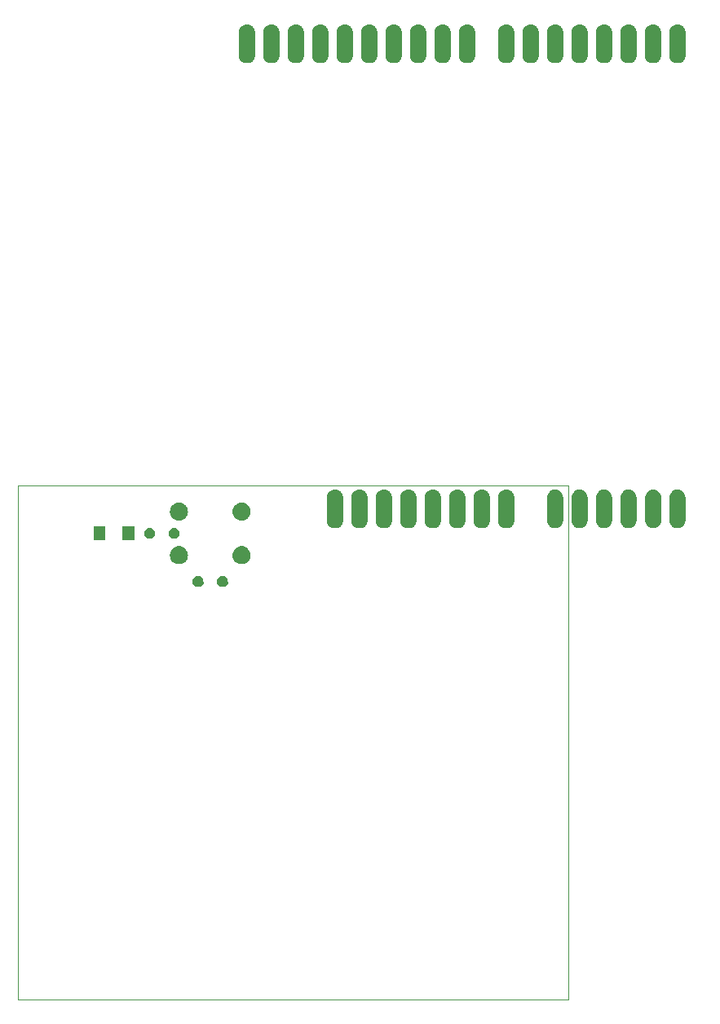
<source format=gtl>
G75*
G71*
%OFA0B0*%
%FSLAX23Y23*%
%IPPOS*%
%LPD*%
%ADD10C,0.1*%
%LPD*%D10*
X0Y0D02*
X0Y100D01*
X0Y200D01*
X0Y300D01*
X0Y400D01*
X0Y499D01*
X0Y599D01*
X0Y699D01*
X0Y799D01*
X0Y899D01*
X0Y999D01*
X0Y1099D01*
X0Y1199D01*
X0Y1299D01*
X0Y1398D01*
X0Y1498D01*
X0Y1598D01*
X0Y1698D01*
X0Y1798D01*
X0Y1898D01*
X0Y1998D01*
X0Y2098D01*
X0Y2198D01*
X0Y2297D01*
X0Y2397D01*
X0Y2497D01*
X0Y2597D01*
X0Y2697D01*
X0Y2797D01*
X0Y2897D01*
X0Y2997D01*
X0Y3097D01*
X0Y3196D01*
X0Y3296D01*
X0Y3396D01*
X0Y3496D01*
X0Y3596D01*
X0Y3696D01*
X0Y3796D01*
X0Y3896D01*
X0Y3995D01*
X0Y4095D01*
X0Y4195D01*
X0Y4295D01*
X0Y4395D01*
X0Y4495D01*
X0Y4595D01*
X0Y4695D01*
X0Y4795D01*
X0Y4894D01*
X0Y4994D01*
X0Y5094D01*
X0Y5194D01*
X0Y5294D01*
X0Y5394D01*
X0Y5494D01*
X0Y5594D01*
X0Y5694D01*
X0Y5793D01*
X0Y5893D01*
X0Y5993D01*
X0Y6093D01*
X0Y6193D01*
X0Y6293D01*
X0Y6393D01*
X0Y6493D01*
X0Y6593D01*
X0Y6692D01*
X0Y6792D01*
X0Y6892D01*
X0Y6992D01*
X0Y7092D01*
X0Y7192D01*
X0Y7292D01*
X0Y7392D01*
X0Y7492D01*
X0Y7591D01*
X0Y7691D01*
X0Y7791D01*
X0Y7891D01*
X0Y7991D01*
X0Y8091D01*
X0Y8191D01*
X0Y8291D01*
X0Y8391D01*
X0Y8490D01*
X0Y8590D01*
X0Y8690D01*
X0Y8790D01*
X0Y8890D01*
X0Y8990D01*
X0Y9090D01*
X0Y9190D01*
X0Y9290D01*
X0Y9389D01*
X0Y9489D01*
X0Y9589D01*
X0Y9689D01*
X0Y9789D01*
X0Y9889D01*
X0Y9989D01*
X0Y10089D01*
X0Y10188D01*
X0Y10288D01*
X0Y10388D01*
X0Y10488D01*
X0Y10588D01*
X0Y10688D01*
X0Y10788D01*
X0Y10888D01*
X0Y10988D01*
X0Y11087D01*
X0Y11187D01*
X0Y11287D01*
X0Y11387D01*
X0Y11487D01*
X0Y11587D01*
X0Y11687D01*
X0Y11787D01*
X0Y11887D01*
X0Y11986D01*
X0Y12086D01*
X0Y12186D01*
X0Y12286D01*
X0Y12386D01*
X0Y12486D01*
X0Y12586D01*
X0Y12686D01*
X0Y12786D01*
X0Y12885D01*
X0Y12985D01*
X0Y13085D01*
X0Y13185D01*
X0Y13285D01*
X0Y13385D01*
X0Y13485D01*
X0Y13585D01*
X0Y13685D01*
X0Y13784D01*
X0Y13884D01*
X0Y13984D01*
X0Y14084D01*
X0Y14184D01*
X0Y14284D01*
X0Y14384D01*
X0Y14484D01*
X0Y14584D01*
X0Y14683D01*
X0Y14783D01*
X0Y14883D01*
X0Y14983D01*
X0Y15083D01*
X0Y15183D01*
X0Y15283D01*
X0Y15383D01*
X0Y15483D01*
X0Y15582D01*
X0Y15682D01*
X0Y15782D01*
X0Y15882D01*
X0Y15982D01*
X0Y16082D01*
X0Y16182D01*
X0Y16282D01*
X0Y16381D01*
X0Y16481D01*
X0Y16581D01*
X0Y16681D01*
X0Y16781D01*
X0Y16881D01*
X0Y16981D01*
X0Y17081D01*
X0Y17181D01*
X0Y17280D01*
X0Y17380D01*
X0Y17480D01*
X0Y17580D01*
X0Y17680D01*
X0Y17780D01*
X0Y17880D01*
X0Y17980D01*
X0Y18080D01*
X0Y18179D01*
X0Y18279D01*
X0Y18379D01*
X0Y18479D01*
X0Y18579D01*
X0Y18679D01*
X0Y18779D01*
X0Y18879D01*
X0Y18979D01*
X0Y19078D01*
X0Y19178D01*
X0Y19278D01*
X0Y19378D01*
X0Y19478D01*
X0Y19578D01*
X0Y19678D01*
X0Y19778D01*
X0Y19878D01*
X0Y19977D01*
X0Y20077D01*
X0Y20177D01*
X0Y20277D01*
X0Y20377D01*
X0Y20477D01*
X0Y20577D01*
X0Y20677D01*
X0Y20777D01*
X0Y20876D01*
X0Y20976D01*
X0Y21076D01*
X0Y21176D01*
X0Y21276D01*
X0Y21376D01*
X0Y21476D01*
X0Y21576D01*
X0Y21676D01*
X0Y21775D01*
X0Y21875D01*
X0Y21975D01*
X0Y22075D01*
X0Y22175D01*
X0Y22275D01*
X0Y22375D01*
X0Y22475D01*
X0Y22575D01*
X0Y22674D01*
X0Y22774D01*
X0Y22874D01*
X0Y22974D01*
X0Y23074D01*
X0Y23174D01*
X0Y23274D01*
X0Y23374D01*
X0Y23473D01*
X0Y23573D01*
X0Y23673D01*
X0Y23773D01*
X0Y23873D01*
X0Y23973D01*
X0Y24073D01*
X0Y24173D01*
X0Y24273D01*
X0Y24372D01*
X0Y24472D01*
X0Y24572D01*
X0Y24672D01*
X0Y24772D01*
X0Y24872D01*
X0Y24972D01*
X0Y25072D01*
X0Y25172D01*
X0Y25271D01*
X0Y25371D01*
X0Y25471D01*
X0Y25571D01*
X0Y25671D01*
X0Y25771D01*
X0Y25871D01*
X0Y25971D01*
X0Y26071D01*
X0Y26170D01*
X0Y26270D01*
X0Y26370D01*
X0Y26470D01*
X0Y26570D01*
X0Y26670D01*
X0Y26770D01*
X0Y26870D01*
X0Y26970D01*
X0Y27069D01*
X0Y27169D01*
X0Y27269D01*
X0Y27369D01*
X0Y27469D01*
X0Y27569D01*
X0Y27669D01*
X0Y27769D01*
X0Y27869D01*
X0Y27968D01*
X0Y28068D01*
X0Y28168D01*
X0Y28268D01*
X0Y28368D01*
X0Y28468D01*
X0Y28568D01*
X0Y28668D01*
X0Y28768D01*
X0Y28867D01*
X0Y28967D01*
X0Y29067D01*
X0Y29167D01*
X0Y29267D01*
X0Y29367D01*
X0Y29467D01*
X0Y29567D01*
X0Y29667D01*
X0Y29766D01*
X0Y29866D01*
X0Y29966D01*
X0Y30066D01*
X0Y30166D01*
X0Y30266D01*
X0Y30366D01*
X0Y30466D01*
X0Y30565D01*
X0Y30665D01*
X0Y30765D01*
X0Y30865D01*
X0Y30965D01*
X0Y31065D01*
X0Y31165D01*
X0Y31265D01*
X0Y31365D01*
X0Y31464D01*
X0Y31564D01*
X0Y31664D01*
X0Y31764D01*
X0Y31864D01*
X0Y31964D01*
X0Y32064D01*
X0Y32164D01*
X0Y32264D01*
X0Y32363D01*
X0Y32463D01*
X0Y32563D01*
X0Y32663D01*
X0Y32763D01*
X0Y32863D01*
X0Y32963D01*
X0Y33063D01*
X0Y33163D01*
X0Y33262D01*
X0Y33362D01*
X0Y33462D01*
X0Y33562D01*
X0Y33662D01*
X0Y33762D01*
X0Y33862D01*
X0Y33962D01*
X0Y34062D01*
X0Y34161D01*
X0Y34261D01*
X0Y34361D01*
X0Y34461D01*
X0Y34561D01*
X0Y34661D01*
X0Y34761D01*
X0Y34861D01*
X0Y34961D01*
X0Y35060D01*
X0Y35160D01*
X0Y35260D01*
X0Y35360D01*
X0Y35460D01*
X0Y35560D01*
X0Y35660D01*
X0Y35760D01*
X0Y35860D01*
X0Y35959D01*
X0Y36059D01*
X0Y36159D01*
X0Y36259D01*
X0Y36359D01*
X0Y36459D01*
X0Y36559D01*
X0Y36659D01*
X0Y36759D01*
X0Y36858D01*
X0Y36958D01*
X0Y37058D01*
X0Y37158D01*
X0Y37258D01*
X0Y37358D01*
X0Y37458D01*
X0Y37558D01*
X0Y37658D01*
X0Y37757D01*
X0Y37857D01*
X0Y37957D01*
X0Y38057D01*
X0Y38157D01*
X0Y38257D01*
X0Y38357D01*
X0Y38457D01*
X0Y38556D01*
X0Y38656D01*
X0Y38756D01*
X0Y38856D01*
X0Y38956D01*
X0Y39056D01*
X0Y39156D01*
X0Y39256D01*
X0Y39356D01*
X0Y39455D01*
X0Y39555D01*
X0Y39655D01*
X0Y39755D01*
X0Y39855D01*
X0Y39955D01*
X0Y40055D01*
X0Y40155D01*
X0Y40255D01*
X0Y40354D01*
X0Y40454D01*
X0Y40554D01*
X0Y40654D01*
X0Y40754D01*
X0Y40854D01*
X0Y40954D01*
X0Y41054D01*
X0Y41154D01*
X0Y41253D01*
X0Y41353D01*
X0Y41453D01*
X0Y41553D01*
X0Y41653D01*
X0Y41753D01*
X0Y41853D01*
X0Y41953D01*
X0Y42053D01*
X0Y42152D01*
X0Y42252D01*
X0Y42352D01*
X0Y42452D01*
X0Y42552D01*
X0Y42652D01*
X0Y42752D01*
X0Y42852D01*
X0Y42952D01*
X0Y43051D01*
X0Y43151D01*
X0Y43251D01*
X0Y43351D01*
X0Y43451D01*
X0Y43551D01*
X0Y43651D01*
X0Y43751D01*
X0Y43851D01*
X0Y43950D01*
X0Y44050D01*
X0Y44150D01*
X0Y44250D01*
X0Y44350D01*
X0Y44450D01*
X0Y44550D01*
X0Y44650D01*
X0Y44750D01*
X0Y44849D01*
X0Y44949D01*
X0Y45049D01*
X0Y45149D01*
X0Y45249D01*
X0Y45349D01*
X0Y45449D01*
X0Y45549D01*
X0Y45649D01*
X0Y45748D01*
X0Y45848D01*
X0Y45948D01*
X0Y46048D01*
X0Y46148D01*
X0Y46248D01*
X0Y46348D01*
X0Y46448D01*
X0Y46548D01*
X0Y46647D01*
X0Y46747D01*
X0Y46847D01*
X0Y46947D01*
X0Y47047D01*
X0Y47147D01*
X0Y47247D01*
X0Y47347D01*
X0Y47447D01*
X0Y47546D01*
X0Y47646D01*
X0Y47746D01*
X0Y47846D01*
X0Y47946D01*
X0Y48046D01*
X0Y48146D01*
X0Y48246D01*
X0Y48346D01*
X0Y48445D01*
X0Y48545D01*
X0Y48645D01*
X0Y48745D01*
X0Y48845D01*
X0Y48945D01*
X0Y49045D01*
X0Y49145D01*
X0Y49244D01*
X0Y49344D01*
X0Y49444D01*
X0Y49544D01*
X0Y49644D01*
X0Y49744D01*
X0Y49844D01*
X0Y49944D01*
X0Y50044D01*
X0Y50143D01*
X0Y50243D01*
X0Y50343D01*
X0Y50443D01*
X0Y50543D01*
X0Y50643D01*
X0Y50743D01*
X0Y50843D01*
X0Y50943D01*
X0Y51043D01*
X0Y51142D01*
X0Y51242D01*
X0Y51342D01*
X0Y51442D01*
X0Y51542D01*
X0Y51642D01*
X0Y51742D01*
X0Y51842D01*
X0Y51942D01*
X0Y52041D01*
X0Y52141D01*
X0Y52241D01*
X0Y52341D01*
X0Y52441D01*
X0Y52541D01*
X0Y52641D01*
X0Y52741D01*
X0Y52841D01*
X0Y52940D01*
X0Y53040D01*
X0Y53140D01*
X0Y53240D01*
X0Y53340D01*
X100Y53340D01*
X200Y53340D01*
X300Y53340D01*
X400Y53340D01*
X500Y53340D01*
X599Y53340D01*
X699Y53340D01*
X799Y53340D01*
X899Y53340D01*
X999Y53340D01*
X1099Y53340D01*
X1199Y53340D01*
X1299Y53340D01*
X1399Y53340D01*
X1499Y53340D01*
X1599Y53340D01*
X1699Y53340D01*
X1798Y53340D01*
X1898Y53340D01*
X1998Y53340D01*
X2098Y53340D01*
X2198Y53340D01*
X2298Y53340D01*
X2398Y53340D01*
X2498Y53340D01*
X2598Y53340D01*
X2698Y53340D01*
X2798Y53340D01*
X2897Y53340D01*
X2997Y53340D01*
X3097Y53340D01*
X3197Y53340D01*
X3297Y53340D01*
X3397Y53340D01*
X3497Y53340D01*
X3597Y53340D01*
X3697Y53340D01*
X3797Y53340D01*
X3897Y53340D01*
X3996Y53340D01*
X4096Y53340D01*
X4196Y53340D01*
X4296Y53340D01*
X4396Y53340D01*
X4496Y53340D01*
X4596Y53340D01*
X4696Y53340D01*
X4796Y53340D01*
X4896Y53340D01*
X4996Y53340D01*
X5096Y53340D01*
X5195Y53340D01*
X5295Y53340D01*
X5395Y53340D01*
X5495Y53340D01*
X5595Y53340D01*
X5695Y53340D01*
X5795Y53340D01*
X5895Y53340D01*
X5995Y53340D01*
X6095Y53340D01*
X6195Y53340D01*
X6294Y53340D01*
X6394Y53340D01*
X6494Y53340D01*
X6594Y53340D01*
X6694Y53340D01*
X6794Y53340D01*
X6894Y53340D01*
X6994Y53340D01*
X7094Y53340D01*
X7194Y53340D01*
X7294Y53340D01*
X7393Y53340D01*
X7493Y53340D01*
X7593Y53340D01*
X7693Y53340D01*
X7793Y53340D01*
X7893Y53340D01*
X7993Y53340D01*
X8093Y53340D01*
X8193Y53340D01*
X8293Y53340D01*
X8393Y53340D01*
X8493Y53340D01*
X8592Y53340D01*
X8692Y53340D01*
X8792Y53340D01*
X8892Y53340D01*
X8992Y53340D01*
X9092Y53340D01*
X9192Y53340D01*
X9292Y53340D01*
X9392Y53340D01*
X9492Y53340D01*
X9592Y53340D01*
X9691Y53340D01*
X9791Y53340D01*
X9891Y53340D01*
X9991Y53340D01*
X10091Y53340D01*
X10191Y53340D01*
X10291Y53340D01*
X10391Y53340D01*
X10491Y53340D01*
X10591Y53340D01*
X10691Y53340D01*
X10791Y53340D01*
X10890Y53340D01*
X10990Y53340D01*
X11090Y53340D01*
X11190Y53340D01*
X11290Y53340D01*
X11390Y53340D01*
X11490Y53340D01*
X11590Y53340D01*
X11690Y53340D01*
X11790Y53340D01*
X11890Y53340D01*
X11989Y53340D01*
X12089Y53340D01*
X12189Y53340D01*
X12289Y53340D01*
X12389Y53340D01*
X12489Y53340D01*
X12589Y53340D01*
X12689Y53340D01*
X12789Y53340D01*
X12889Y53340D01*
X12989Y53340D01*
X13088Y53340D01*
X13188Y53340D01*
X13288Y53340D01*
X13388Y53340D01*
X13488Y53340D01*
X13588Y53340D01*
X13688Y53340D01*
X13788Y53340D01*
X13888Y53340D01*
X13988Y53340D01*
X14088Y53340D01*
X14188Y53340D01*
X14287Y53340D01*
X14387Y53340D01*
X14487Y53340D01*
X14587Y53340D01*
X14687Y53340D01*
X14787Y53340D01*
X14887Y53340D01*
X14987Y53340D01*
X15087Y53340D01*
X15187Y53340D01*
X15287Y53340D01*
X15386Y53340D01*
X15486Y53340D01*
X15586Y53340D01*
X15686Y53340D01*
X15786Y53340D01*
X15886Y53340D01*
X15986Y53340D01*
X16086Y53340D01*
X16186Y53340D01*
X16286Y53340D01*
X16386Y53340D01*
X16485Y53340D01*
X16585Y53340D01*
X16685Y53340D01*
X16785Y53340D01*
X16885Y53340D01*
X16985Y53340D01*
X17085Y53340D01*
X17185Y53340D01*
X17285Y53340D01*
X17385Y53340D01*
X17485Y53340D01*
X17585Y53340D01*
X17684Y53340D01*
X17784Y53340D01*
X17884Y53340D01*
X17984Y53340D01*
X18084Y53340D01*
X18184Y53340D01*
X18284Y53340D01*
X18384Y53340D01*
X18484Y53340D01*
X18584Y53340D01*
X18684Y53340D01*
X18783Y53340D01*
X18883Y53340D01*
X18983Y53340D01*
X19083Y53340D01*
X19183Y53340D01*
X19283Y53340D01*
X19383Y53340D01*
X19483Y53340D01*
X19583Y53340D01*
X19683Y53340D01*
X19783Y53340D01*
X19883Y53340D01*
X19982Y53340D01*
X20082Y53340D01*
X20182Y53340D01*
X20282Y53340D01*
X20382Y53340D01*
X20482Y53340D01*
X20582Y53340D01*
X20682Y53340D01*
X20782Y53340D01*
X20882Y53340D01*
X20982Y53340D01*
X21081Y53340D01*
X21181Y53340D01*
X21281Y53340D01*
X21381Y53340D01*
X21481Y53340D01*
X21581Y53340D01*
X21681Y53340D01*
X21781Y53340D01*
X21881Y53340D01*
X21981Y53340D01*
X22081Y53340D01*
X22180Y53340D01*
X22280Y53340D01*
X22380Y53340D01*
X22480Y53340D01*
X22580Y53340D01*
X22680Y53340D01*
X22780Y53340D01*
X22880Y53340D01*
X22980Y53340D01*
X23080Y53340D01*
X23180Y53340D01*
X23280Y53340D01*
X23379Y53340D01*
X23479Y53340D01*
X23579Y53340D01*
X23679Y53340D01*
X23779Y53340D01*
X23879Y53340D01*
X23979Y53340D01*
X24079Y53340D01*
X24179Y53340D01*
X24279Y53340D01*
X24379Y53340D01*
X24478Y53340D01*
X24578Y53340D01*
X24678Y53340D01*
X24778Y53340D01*
X24878Y53340D01*
X24978Y53340D01*
X25078Y53340D01*
X25178Y53340D01*
X25278Y53340D01*
X25378Y53340D01*
X25478Y53340D01*
X25578Y53340D01*
X25677Y53340D01*
X25777Y53340D01*
X25877Y53340D01*
X25977Y53340D01*
X26077Y53340D01*
X26177Y53340D01*
X26277Y53340D01*
X26377Y53340D01*
X26477Y53340D01*
X26577Y53340D01*
X26677Y53340D01*
X26776Y53340D01*
X26876Y53340D01*
X26976Y53340D01*
X27076Y53340D01*
X27176Y53340D01*
X27276Y53340D01*
X27376Y53340D01*
X27476Y53340D01*
X27576Y53340D01*
X27676Y53340D01*
X27776Y53340D01*
X27875Y53340D01*
X27975Y53340D01*
X28075Y53340D01*
X28175Y53340D01*
X28275Y53340D01*
X28375Y53340D01*
X28475Y53340D01*
X28575Y53340D01*
X28675Y53340D01*
X28775Y53340D01*
X28875Y53340D01*
X28975Y53340D01*
X29074Y53340D01*
X29174Y53340D01*
X29274Y53340D01*
X29374Y53340D01*
X29474Y53340D01*
X29574Y53340D01*
X29674Y53340D01*
X29774Y53340D01*
X29874Y53340D01*
X29974Y53340D01*
X30074Y53340D01*
X30173Y53340D01*
X30273Y53340D01*
X30373Y53340D01*
X30473Y53340D01*
X30573Y53340D01*
X30673Y53340D01*
X30773Y53340D01*
X30873Y53340D01*
X30973Y53340D01*
X31073Y53340D01*
X31173Y53340D01*
X31273Y53340D01*
X31372Y53340D01*
X31472Y53340D01*
X31572Y53340D01*
X31672Y53340D01*
X31772Y53340D01*
X31872Y53340D01*
X31972Y53340D01*
X32072Y53340D01*
X32172Y53340D01*
X32272Y53340D01*
X32372Y53340D01*
X32471Y53340D01*
X32571Y53340D01*
X32671Y53340D01*
X32771Y53340D01*
X32871Y53340D01*
X32971Y53340D01*
X33071Y53340D01*
X33171Y53340D01*
X33271Y53340D01*
X33371Y53340D01*
X33471Y53340D01*
X33571Y53340D01*
X33670Y53340D01*
X33770Y53340D01*
X33870Y53340D01*
X33970Y53340D01*
X34070Y53340D01*
X34170Y53340D01*
X34270Y53340D01*
X34370Y53340D01*
X34470Y53340D01*
X34570Y53340D01*
X34670Y53340D01*
X34769Y53340D01*
X34869Y53340D01*
X34969Y53340D01*
X35069Y53340D01*
X35169Y53340D01*
X35269Y53340D01*
X35369Y53340D01*
X35469Y53340D01*
X35569Y53340D01*
X35669Y53340D01*
X35769Y53340D01*
X35868Y53340D01*
X35968Y53340D01*
X36068Y53340D01*
X36168Y53340D01*
X36268Y53340D01*
X36368Y53340D01*
X36468Y53340D01*
X36568Y53340D01*
X36668Y53340D01*
X36768Y53340D01*
X36868Y53340D01*
X36968Y53340D01*
X37067Y53340D01*
X37167Y53340D01*
X37267Y53340D01*
X37367Y53340D01*
X37467Y53340D01*
X37567Y53340D01*
X37667Y53340D01*
X37767Y53340D01*
X37867Y53340D01*
X37967Y53340D01*
X38067Y53340D01*
X38166Y53340D01*
X38266Y53340D01*
X38366Y53340D01*
X38466Y53340D01*
X38566Y53340D01*
X38666Y53340D01*
X38766Y53340D01*
X38866Y53340D01*
X38966Y53340D01*
X39066Y53340D01*
X39166Y53340D01*
X39265Y53340D01*
X39365Y53340D01*
X39465Y53340D01*
X39565Y53340D01*
X39665Y53340D01*
X39765Y53340D01*
X39865Y53340D01*
X39965Y53340D01*
X40065Y53340D01*
X40165Y53340D01*
X40265Y53340D01*
X40365Y53340D01*
X40464Y53340D01*
X40564Y53340D01*
X40664Y53340D01*
X40764Y53340D01*
X40864Y53340D01*
X40964Y53340D01*
X41064Y53340D01*
X41164Y53340D01*
X41264Y53340D01*
X41364Y53340D01*
X41464Y53340D01*
X41563Y53340D01*
X41663Y53340D01*
X41763Y53340D01*
X41863Y53340D01*
X41963Y53340D01*
X42063Y53340D01*
X42163Y53340D01*
X42263Y53340D01*
X42363Y53340D01*
X42463Y53340D01*
X42563Y53340D01*
X42663Y53340D01*
X42762Y53340D01*
X42862Y53340D01*
X42962Y53340D01*
X43062Y53340D01*
X43162Y53340D01*
X43262Y53340D01*
X43362Y53340D01*
X43462Y53340D01*
X43562Y53340D01*
X43662Y53340D01*
X43762Y53340D01*
X43861Y53340D01*
X43961Y53340D01*
X44061Y53340D01*
X44161Y53340D01*
X44261Y53340D01*
X44361Y53340D01*
X44461Y53340D01*
X44561Y53340D01*
X44661Y53340D01*
X44761Y53340D01*
X44861Y53340D01*
X44961Y53340D01*
X45060Y53340D01*
X45160Y53340D01*
X45260Y53340D01*
X45360Y53340D01*
X45460Y53340D01*
X45560Y53340D01*
X45660Y53340D01*
X45760Y53340D01*
X45860Y53340D01*
X45960Y53340D01*
X46060Y53340D01*
X46159Y53340D01*
X46259Y53340D01*
X46359Y53340D01*
X46459Y53340D01*
X46559Y53340D01*
X46659Y53340D01*
X46759Y53340D01*
X46859Y53340D01*
X46959Y53340D01*
X47059Y53340D01*
X47159Y53340D01*
X47259Y53340D01*
X47358Y53340D01*
X47458Y53340D01*
X47558Y53340D01*
X47658Y53340D01*
X47758Y53340D01*
X47858Y53340D01*
X47958Y53340D01*
X48058Y53340D01*
X48158Y53340D01*
X48258Y53340D01*
X48358Y53340D01*
X48457Y53340D01*
X48557Y53340D01*
X48657Y53340D01*
X48757Y53340D01*
X48857Y53340D01*
X48957Y53340D01*
X49057Y53340D01*
X49157Y53340D01*
X49257Y53340D01*
X49357Y53340D01*
X49457Y53340D01*
X49557Y53340D01*
X49656Y53340D01*
X49756Y53340D01*
X49856Y53340D01*
X49956Y53340D01*
X50056Y53340D01*
X50156Y53340D01*
X50256Y53340D01*
X50356Y53340D01*
X50456Y53340D01*
X50556Y53340D01*
X50656Y53340D01*
X50755Y53340D01*
X50855Y53340D01*
X50955Y53340D01*
X51055Y53340D01*
X51155Y53340D01*
X51255Y53340D01*
X51355Y53340D01*
X51455Y53340D01*
X51555Y53340D01*
X51655Y53340D01*
X51755Y53340D01*
X51855Y53340D01*
X51954Y53340D01*
X52054Y53340D01*
X52154Y53340D01*
X52254Y53340D01*
X52354Y53340D01*
X52454Y53340D01*
X52554Y53340D01*
X52654Y53340D01*
X52754Y53340D01*
X52854Y53340D01*
X52954Y53340D01*
X53053Y53340D01*
X53153Y53340D01*
X53253Y53340D01*
X53353Y53340D01*
X53453Y53340D01*
X53553Y53340D01*
X53653Y53340D01*
X53753Y53340D01*
X53853Y53340D01*
X53953Y53340D01*
X54053Y53340D01*
X54153Y53340D01*
X54252Y53340D01*
X54352Y53340D01*
X54452Y53340D01*
X54552Y53340D01*
X54652Y53340D01*
X54752Y53340D01*
X54852Y53340D01*
X54952Y53340D01*
X55052Y53340D01*
X55152Y53340D01*
X55252Y53340D01*
X55351Y53340D01*
X55451Y53340D01*
X55551Y53340D01*
X55651Y53340D01*
X55751Y53340D01*
X55851Y53340D01*
X55951Y53340D01*
X56051Y53340D01*
X56151Y53340D01*
X56251Y53340D01*
X56351Y53340D01*
X56451Y53340D01*
X56550Y53340D01*
X56650Y53340D01*
X56750Y53340D01*
X56850Y53340D01*
X56950Y53340D01*
X57050Y53340D01*
X57150Y53340D01*
X57150Y53240D01*
X57150Y53140D01*
X57150Y53040D01*
X57150Y52940D01*
X57150Y52841D01*
X57150Y52741D01*
X57150Y52641D01*
X57150Y52541D01*
X57150Y52441D01*
X57150Y52341D01*
X57150Y52241D01*
X57150Y52141D01*
X57150Y52041D01*
X57150Y51942D01*
X57150Y51842D01*
X57150Y51742D01*
X57150Y51642D01*
X57150Y51542D01*
X57150Y51442D01*
X57150Y51342D01*
X57150Y51242D01*
X57150Y51142D01*
X57150Y51043D01*
X57150Y50943D01*
X57150Y50843D01*
X57150Y50743D01*
X57150Y50643D01*
X57150Y50543D01*
X57150Y50443D01*
X57150Y50343D01*
X57150Y50243D01*
X57150Y50144D01*
X57150Y50044D01*
X57150Y49944D01*
X57150Y49844D01*
X57150Y49744D01*
X57150Y49644D01*
X57150Y49544D01*
X57150Y49444D01*
X57150Y49345D01*
X57150Y49245D01*
X57150Y49145D01*
X57150Y49045D01*
X57150Y48945D01*
X57150Y48845D01*
X57150Y48745D01*
X57150Y48645D01*
X57150Y48545D01*
X57150Y48446D01*
X57150Y48346D01*
X57150Y48246D01*
X57150Y48146D01*
X57150Y48046D01*
X57150Y47946D01*
X57150Y47846D01*
X57150Y47746D01*
X57150Y47646D01*
X57150Y47547D01*
X57150Y47447D01*
X57150Y47347D01*
X57150Y47247D01*
X57150Y47147D01*
X57150Y47047D01*
X57150Y46947D01*
X57150Y46847D01*
X57150Y46747D01*
X57150Y46648D01*
X57150Y46548D01*
X57150Y46448D01*
X57150Y46348D01*
X57150Y46248D01*
X57150Y46148D01*
X57150Y46048D01*
X57150Y45948D01*
X57150Y45848D01*
X57150Y45749D01*
X57150Y45649D01*
X57150Y45549D01*
X57150Y45449D01*
X57150Y45349D01*
X57150Y45249D01*
X57150Y45149D01*
X57150Y45049D01*
X57150Y44949D01*
X57150Y44850D01*
X57150Y44750D01*
X57150Y44650D01*
X57150Y44550D01*
X57150Y44450D01*
X57150Y44350D01*
X57150Y44250D01*
X57150Y44150D01*
X57150Y44050D01*
X57150Y43951D01*
X57150Y43851D01*
X57150Y43751D01*
X57150Y43651D01*
X57150Y43551D01*
X57150Y43451D01*
X57150Y43351D01*
X57150Y43251D01*
X57150Y43152D01*
X57150Y43052D01*
X57150Y42952D01*
X57150Y42852D01*
X57150Y42752D01*
X57150Y42652D01*
X57150Y42552D01*
X57150Y42452D01*
X57150Y42352D01*
X57150Y42253D01*
X57150Y42153D01*
X57150Y42053D01*
X57150Y41953D01*
X57150Y41853D01*
X57150Y41753D01*
X57150Y41653D01*
X57150Y41553D01*
X57150Y41453D01*
X57150Y41354D01*
X57150Y41254D01*
X57150Y41154D01*
X57150Y41054D01*
X57150Y40954D01*
X57150Y40854D01*
X57150Y40754D01*
X57150Y40654D01*
X57150Y40554D01*
X57150Y40455D01*
X57150Y40355D01*
X57150Y40255D01*
X57150Y40155D01*
X57150Y40055D01*
X57150Y39955D01*
X57150Y39855D01*
X57150Y39755D01*
X57150Y39655D01*
X57150Y39556D01*
X57150Y39456D01*
X57150Y39356D01*
X57150Y39256D01*
X57150Y39156D01*
X57150Y39056D01*
X57150Y38956D01*
X57150Y38856D01*
X57150Y38756D01*
X57150Y38657D01*
X57150Y38557D01*
X57150Y38457D01*
X57150Y38357D01*
X57150Y38257D01*
X57150Y38157D01*
X57150Y38057D01*
X57150Y37957D01*
X57150Y37857D01*
X57150Y37758D01*
X57150Y37658D01*
X57150Y37558D01*
X57150Y37458D01*
X57150Y37358D01*
X57150Y37258D01*
X57150Y37158D01*
X57150Y37058D01*
X57150Y36959D01*
X57150Y36859D01*
X57150Y36759D01*
X57150Y36659D01*
X57150Y36559D01*
X57150Y36459D01*
X57150Y36359D01*
X57150Y36259D01*
X57150Y36159D01*
X57150Y36060D01*
X57150Y35960D01*
X57150Y35860D01*
X57150Y35760D01*
X57150Y35660D01*
X57150Y35560D01*
X57150Y35460D01*
X57150Y35360D01*
X57150Y35260D01*
X57150Y35161D01*
X57150Y35061D01*
X57150Y34961D01*
X57150Y34861D01*
X57150Y34761D01*
X57150Y34661D01*
X57150Y34561D01*
X57150Y34461D01*
X57150Y34361D01*
X57150Y34262D01*
X57150Y34162D01*
X57150Y34062D01*
X57150Y33962D01*
X57150Y33862D01*
X57150Y33762D01*
X57150Y33662D01*
X57150Y33562D01*
X57150Y33462D01*
X57150Y33363D01*
X57150Y33263D01*
X57150Y33163D01*
X57150Y33063D01*
X57150Y32963D01*
X57150Y32863D01*
X57150Y32763D01*
X57150Y32663D01*
X57150Y32563D01*
X57150Y32464D01*
X57150Y32364D01*
X57150Y32264D01*
X57150Y32164D01*
X57150Y32064D01*
X57150Y31964D01*
X57150Y31864D01*
X57150Y31764D01*
X57150Y31664D01*
X57150Y31565D01*
X57150Y31465D01*
X57150Y31365D01*
X57150Y31265D01*
X57150Y31165D01*
X57150Y31065D01*
X57150Y30965D01*
X57150Y30865D01*
X57150Y30765D01*
X57150Y30666D01*
X57150Y30566D01*
X57150Y30466D01*
X57150Y30366D01*
X57150Y30266D01*
X57150Y30166D01*
X57150Y30066D01*
X57150Y29966D01*
X57150Y29867D01*
X57150Y29767D01*
X57150Y29667D01*
X57150Y29567D01*
X57150Y29467D01*
X57150Y29367D01*
X57150Y29267D01*
X57150Y29167D01*
X57150Y29067D01*
X57150Y28968D01*
X57150Y28868D01*
X57150Y28768D01*
X57150Y28668D01*
X57150Y28568D01*
X57150Y28468D01*
X57150Y28368D01*
X57150Y28268D01*
X57150Y28168D01*
X57150Y28069D01*
X57150Y27969D01*
X57150Y27869D01*
X57150Y27769D01*
X57150Y27669D01*
X57150Y27569D01*
X57150Y27469D01*
X57150Y27369D01*
X57150Y27269D01*
X57150Y27170D01*
X57150Y27070D01*
X57150Y26970D01*
X57150Y26870D01*
X57150Y26770D01*
X57150Y26670D01*
X57150Y26570D01*
X57150Y26470D01*
X57150Y26370D01*
X57150Y26271D01*
X57150Y26171D01*
X57150Y26071D01*
X57150Y25971D01*
X57150Y25871D01*
X57150Y25771D01*
X57150Y25671D01*
X57150Y25571D01*
X57150Y25471D01*
X57150Y25372D01*
X57150Y25272D01*
X57150Y25172D01*
X57150Y25072D01*
X57150Y24972D01*
X57150Y24872D01*
X57150Y24772D01*
X57150Y24672D01*
X57150Y24572D01*
X57150Y24473D01*
X57150Y24373D01*
X57150Y24273D01*
X57150Y24173D01*
X57150Y24073D01*
X57150Y23973D01*
X57150Y23873D01*
X57150Y23773D01*
X57150Y23673D01*
X57150Y23574D01*
X57150Y23474D01*
X57150Y23374D01*
X57150Y23274D01*
X57150Y23174D01*
X57150Y23074D01*
X57150Y22974D01*
X57150Y22874D01*
X57150Y22775D01*
X57150Y22675D01*
X57150Y22575D01*
X57150Y22475D01*
X57150Y22375D01*
X57150Y22275D01*
X57150Y22175D01*
X57150Y22075D01*
X57150Y21975D01*
X57150Y21876D01*
X57150Y21776D01*
X57150Y21676D01*
X57150Y21576D01*
X57150Y21476D01*
X57150Y21376D01*
X57150Y21276D01*
X57150Y21176D01*
X57150Y21076D01*
X57150Y20977D01*
X57150Y20877D01*
X57150Y20777D01*
X57150Y20677D01*
X57150Y20577D01*
X57150Y20477D01*
X57150Y20377D01*
X57150Y20277D01*
X57150Y20177D01*
X57150Y20078D01*
X57150Y19978D01*
X57150Y19878D01*
X57150Y19778D01*
X57150Y19678D01*
X57150Y19578D01*
X57150Y19478D01*
X57150Y19378D01*
X57150Y19278D01*
X57150Y19179D01*
X57150Y19079D01*
X57150Y18979D01*
X57150Y18879D01*
X57150Y18779D01*
X57150Y18679D01*
X57150Y18579D01*
X57150Y18479D01*
X57150Y18379D01*
X57150Y18280D01*
X57150Y18180D01*
X57150Y18080D01*
X57150Y17980D01*
X57150Y17880D01*
X57150Y17780D01*
X57150Y17680D01*
X57150Y17580D01*
X57150Y17480D01*
X57150Y17381D01*
X57150Y17281D01*
X57150Y17181D01*
X57150Y17081D01*
X57150Y16981D01*
X57150Y16881D01*
X57150Y16781D01*
X57150Y16681D01*
X57150Y16581D01*
X57150Y16482D01*
X57150Y16382D01*
X57150Y16282D01*
X57150Y16182D01*
X57150Y16082D01*
X57150Y15982D01*
X57150Y15882D01*
X57150Y15782D01*
X57150Y15682D01*
X57150Y15583D01*
X57150Y15483D01*
X57150Y15383D01*
X57150Y15283D01*
X57150Y15183D01*
X57150Y15083D01*
X57150Y14983D01*
X57150Y14883D01*
X57150Y14784D01*
X57150Y14684D01*
X57150Y14584D01*
X57150Y14484D01*
X57150Y14384D01*
X57150Y14284D01*
X57150Y14184D01*
X57150Y14084D01*
X57150Y13984D01*
X57150Y13885D01*
X57150Y13785D01*
X57150Y13685D01*
X57150Y13585D01*
X57150Y13485D01*
X57150Y13385D01*
X57150Y13285D01*
X57150Y13185D01*
X57150Y13085D01*
X57150Y12986D01*
X57150Y12886D01*
X57150Y12786D01*
X57150Y12686D01*
X57150Y12586D01*
X57150Y12486D01*
X57150Y12386D01*
X57150Y12286D01*
X57150Y12186D01*
X57150Y12087D01*
X57150Y11987D01*
X57150Y11887D01*
X57150Y11787D01*
X57150Y11687D01*
X57150Y11587D01*
X57150Y11487D01*
X57150Y11387D01*
X57150Y11287D01*
X57150Y11188D01*
X57150Y11088D01*
X57150Y10988D01*
X57150Y10888D01*
X57150Y10788D01*
X57150Y10688D01*
X57150Y10588D01*
X57150Y10488D01*
X57150Y10388D01*
X57150Y10289D01*
X57150Y10189D01*
X57150Y10089D01*
X57150Y9989D01*
X57150Y9889D01*
X57150Y9789D01*
X57150Y9689D01*
X57150Y9589D01*
X57150Y9489D01*
X57150Y9390D01*
X57150Y9290D01*
X57150Y9190D01*
X57150Y9090D01*
X57150Y8990D01*
X57150Y8890D01*
X57150Y8790D01*
X57150Y8690D01*
X57150Y8590D01*
X57150Y8491D01*
X57150Y8391D01*
X57150Y8291D01*
X57150Y8191D01*
X57150Y8091D01*
X57150Y7991D01*
X57150Y7891D01*
X57150Y7791D01*
X57150Y7691D01*
X57150Y7592D01*
X57150Y7492D01*
X57150Y7392D01*
X57150Y7292D01*
X57150Y7192D01*
X57150Y7092D01*
X57150Y6992D01*
X57150Y6892D01*
X57150Y6792D01*
X57150Y6693D01*
X57150Y6593D01*
X57150Y6493D01*
X57150Y6393D01*
X57150Y6293D01*
X57150Y6193D01*
X57150Y6093D01*
X57150Y5993D01*
X57150Y5893D01*
X57150Y5794D01*
X57150Y5694D01*
X57150Y5594D01*
X57150Y5494D01*
X57150Y5394D01*
X57150Y5294D01*
X57150Y5194D01*
X57150Y5094D01*
X57150Y4994D01*
X57150Y4895D01*
X57150Y4795D01*
X57150Y4695D01*
X57150Y4595D01*
X57150Y4495D01*
X57150Y4395D01*
X57150Y4295D01*
X57150Y4195D01*
X57150Y4096D01*
X57150Y3996D01*
X57150Y3896D01*
X57150Y3796D01*
X57150Y3696D01*
X57150Y3596D01*
X57150Y3496D01*
X57150Y3396D01*
X57150Y3296D01*
X57150Y3197D01*
X57150Y3097D01*
X57150Y2997D01*
X57150Y2897D01*
X57150Y2797D01*
X57150Y2697D01*
X57150Y2597D01*
X57150Y2497D01*
X57150Y2397D01*
X57150Y2297D01*
X57150Y2198D01*
X57150Y2098D01*
X57150Y1998D01*
X57150Y1898D01*
X57150Y1798D01*
X57150Y1698D01*
X57150Y1598D01*
X57150Y1498D01*
X57150Y1398D01*
X57150Y1299D01*
X57150Y1199D01*
X57150Y1099D01*
X57150Y999D01*
X57150Y899D01*
X57150Y799D01*
X57150Y699D01*
X57150Y599D01*
X57150Y499D01*
X57150Y400D01*
X57150Y300D01*
X57150Y200D01*
X57150Y100D01*
X57150Y0D01*
X57050Y0D01*
X56950Y0D01*
X56850Y0D01*
X56750Y0D01*
X56650Y0D01*
X56551Y0D01*
X56451Y0D01*
X56351Y0D01*
X56251Y0D01*
X56151Y0D01*
X56051Y0D01*
X55951Y0D01*
X55851Y0D01*
X55751Y0D01*
X55651Y0D01*
X55551Y0D01*
X55451Y0D01*
X55352Y0D01*
X55252Y0D01*
X55152Y0D01*
X55052Y0D01*
X54952Y0D01*
X54852Y0D01*
X54752Y0D01*
X54652Y0D01*
X54552Y0D01*
X54452Y0D01*
X54352Y0D01*
X54253Y0D01*
X54153Y0D01*
X54053Y0D01*
X53953Y0D01*
X53853Y0D01*
X53753Y0D01*
X53653Y0D01*
X53553Y0D01*
X53453Y0D01*
X53353Y0D01*
X53253Y0D01*
X53154Y0D01*
X53054Y0D01*
X52954Y0D01*
X52854Y0D01*
X52754Y0D01*
X52654Y0D01*
X52554Y0D01*
X52454Y0D01*
X52354Y0D01*
X52254Y0D01*
X52154Y0D01*
X52054Y0D01*
X51955Y0D01*
X51855Y0D01*
X51755Y0D01*
X51655Y0D01*
X51555Y0D01*
X51455Y0D01*
X51355Y0D01*
X51255Y0D01*
X51155Y0D01*
X51055Y0D01*
X50955Y0D01*
X50856Y0D01*
X50756Y0D01*
X50656Y0D01*
X50556Y0D01*
X50456Y0D01*
X50356Y0D01*
X50256Y0D01*
X50156Y0D01*
X50056Y0D01*
X49956Y0D01*
X49856Y0D01*
X49757Y0D01*
X49657Y0D01*
X49557Y0D01*
X49457Y0D01*
X49357Y0D01*
X49257Y0D01*
X49157Y0D01*
X49057Y0D01*
X48957Y0D01*
X48857Y0D01*
X48757Y0D01*
X48657Y0D01*
X48558Y0D01*
X48458Y0D01*
X48358Y0D01*
X48258Y0D01*
X48158Y0D01*
X48058Y0D01*
X47958Y0D01*
X47858Y0D01*
X47758Y0D01*
X47658Y0D01*
X47558Y0D01*
X47459Y0D01*
X47359Y0D01*
X47259Y0D01*
X47159Y0D01*
X47059Y0D01*
X46959Y0D01*
X46859Y0D01*
X46759Y0D01*
X46659Y0D01*
X46559Y0D01*
X46459Y0D01*
X46359Y0D01*
X46260Y0D01*
X46160Y0D01*
X46060Y0D01*
X45960Y0D01*
X45860Y0D01*
X45760Y0D01*
X45660Y0D01*
X45560Y0D01*
X45460Y0D01*
X45360Y0D01*
X45260Y0D01*
X45161Y0D01*
X45061Y0D01*
X44961Y0D01*
X44861Y0D01*
X44761Y0D01*
X44661Y0D01*
X44561Y0D01*
X44461Y0D01*
X44361Y0D01*
X44261Y0D01*
X44161Y0D01*
X44062Y0D01*
X43962Y0D01*
X43862Y0D01*
X43762Y0D01*
X43662Y0D01*
X43562Y0D01*
X43462Y0D01*
X43362Y0D01*
X43262Y0D01*
X43162Y0D01*
X43062Y0D01*
X42962Y0D01*
X42863Y0D01*
X42763Y0D01*
X42663Y0D01*
X42563Y0D01*
X42463Y0D01*
X42363Y0D01*
X42263Y0D01*
X42163Y0D01*
X42063Y0D01*
X41963Y0D01*
X41863Y0D01*
X41764Y0D01*
X41664Y0D01*
X41564Y0D01*
X41464Y0D01*
X41364Y0D01*
X41264Y0D01*
X41164Y0D01*
X41064Y0D01*
X40964Y0D01*
X40864Y0D01*
X40764Y0D01*
X40665Y0D01*
X40565Y0D01*
X40465Y0D01*
X40365Y0D01*
X40265Y0D01*
X40165Y0D01*
X40065Y0D01*
X39965Y0D01*
X39865Y0D01*
X39765Y0D01*
X39665Y0D01*
X39565Y0D01*
X39466Y0D01*
X39366Y0D01*
X39266Y0D01*
X39166Y0D01*
X39066Y0D01*
X38966Y0D01*
X38866Y0D01*
X38766Y0D01*
X38666Y0D01*
X38566Y0D01*
X38466Y0D01*
X38367Y0D01*
X38267Y0D01*
X38167Y0D01*
X38067Y0D01*
X37967Y0D01*
X37867Y0D01*
X37767Y0D01*
X37667Y0D01*
X37567Y0D01*
X37467Y0D01*
X37367Y0D01*
X37267Y0D01*
X37168Y0D01*
X37068Y0D01*
X36968Y0D01*
X36868Y0D01*
X36768Y0D01*
X36668Y0D01*
X36568Y0D01*
X36468Y0D01*
X36368Y0D01*
X36268Y0D01*
X36168Y0D01*
X36069Y0D01*
X35969Y0D01*
X35869Y0D01*
X35769Y0D01*
X35669Y0D01*
X35569Y0D01*
X35469Y0D01*
X35369Y0D01*
X35269Y0D01*
X35169Y0D01*
X35069Y0D01*
X34970Y0D01*
X34870Y0D01*
X34770Y0D01*
X34670Y0D01*
X34570Y0D01*
X34470Y0D01*
X34370Y0D01*
X34270Y0D01*
X34170Y0D01*
X34070Y0D01*
X33970Y0D01*
X33870Y0D01*
X33771Y0D01*
X33671Y0D01*
X33571Y0D01*
X33471Y0D01*
X33371Y0D01*
X33271Y0D01*
X33171Y0D01*
X33071Y0D01*
X32971Y0D01*
X32871Y0D01*
X32771Y0D01*
X32672Y0D01*
X32572Y0D01*
X32472Y0D01*
X32372Y0D01*
X32272Y0D01*
X32172Y0D01*
X32072Y0D01*
X31972Y0D01*
X31872Y0D01*
X31772Y0D01*
X31672Y0D01*
X31572Y0D01*
X31473Y0D01*
X31373Y0D01*
X31273Y0D01*
X31173Y0D01*
X31073Y0D01*
X30973Y0D01*
X30873Y0D01*
X30773Y0D01*
X30673Y0D01*
X30573Y0D01*
X30473Y0D01*
X30374Y0D01*
X30274Y0D01*
X30174Y0D01*
X30074Y0D01*
X29974Y0D01*
X29874Y0D01*
X29774Y0D01*
X29674Y0D01*
X29574Y0D01*
X29474Y0D01*
X29374Y0D01*
X29275Y0D01*
X29175Y0D01*
X29075Y0D01*
X28975Y0D01*
X28875Y0D01*
X28775Y0D01*
X28675Y0D01*
X28575Y0D01*
X28475Y0D01*
X28375Y0D01*
X28275Y0D01*
X28175Y0D01*
X28076Y0D01*
X27976Y0D01*
X27876Y0D01*
X27776Y0D01*
X27676Y0D01*
X27576Y0D01*
X27476Y0D01*
X27376Y0D01*
X27276Y0D01*
X27176Y0D01*
X27076Y0D01*
X26977Y0D01*
X26877Y0D01*
X26777Y0D01*
X26677Y0D01*
X26577Y0D01*
X26477Y0D01*
X26377Y0D01*
X26277Y0D01*
X26177Y0D01*
X26077Y0D01*
X25977Y0D01*
X25877Y0D01*
X25778Y0D01*
X25678Y0D01*
X25578Y0D01*
X25478Y0D01*
X25378Y0D01*
X25278Y0D01*
X25178Y0D01*
X25078Y0D01*
X24978Y0D01*
X24878Y0D01*
X24778Y0D01*
X24679Y0D01*
X24579Y0D01*
X24479Y0D01*
X24379Y0D01*
X24279Y0D01*
X24179Y0D01*
X24079Y0D01*
X23979Y0D01*
X23879Y0D01*
X23779Y0D01*
X23679Y0D01*
X23579Y0D01*
X23480Y0D01*
X23380Y0D01*
X23280Y0D01*
X23180Y0D01*
X23080Y0D01*
X22980Y0D01*
X22880Y0D01*
X22780Y0D01*
X22680Y0D01*
X22580Y0D01*
X22480Y0D01*
X22381Y0D01*
X22281Y0D01*
X22181Y0D01*
X22081Y0D01*
X21981Y0D01*
X21881Y0D01*
X21781Y0D01*
X21681Y0D01*
X21581Y0D01*
X21481Y0D01*
X21381Y0D01*
X21282Y0D01*
X21182Y0D01*
X21082Y0D01*
X20982Y0D01*
X20882Y0D01*
X20782Y0D01*
X20682Y0D01*
X20582Y0D01*
X20482Y0D01*
X20382Y0D01*
X20282Y0D01*
X20182Y0D01*
X20083Y0D01*
X19983Y0D01*
X19883Y0D01*
X19783Y0D01*
X19683Y0D01*
X19583Y0D01*
X19483Y0D01*
X19383Y0D01*
X19283Y0D01*
X19183Y0D01*
X19083Y0D01*
X18984Y0D01*
X18884Y0D01*
X18784Y0D01*
X18684Y0D01*
X18584Y0D01*
X18484Y0D01*
X18384Y0D01*
X18284Y0D01*
X18184Y0D01*
X18084Y0D01*
X17984Y0D01*
X17885Y0D01*
X17785Y0D01*
X17685Y0D01*
X17585Y0D01*
X17485Y0D01*
X17385Y0D01*
X17285Y0D01*
X17185Y0D01*
X17085Y0D01*
X16985Y0D01*
X16885Y0D01*
X16785Y0D01*
X16686Y0D01*
X16586Y0D01*
X16486Y0D01*
X16386Y0D01*
X16286Y0D01*
X16186Y0D01*
X16086Y0D01*
X15986Y0D01*
X15886Y0D01*
X15786Y0D01*
X15686Y0D01*
X15587Y0D01*
X15487Y0D01*
X15387Y0D01*
X15287Y0D01*
X15187Y0D01*
X15087Y0D01*
X14987Y0D01*
X14887Y0D01*
X14787Y0D01*
X14687Y0D01*
X14587Y0D01*
X14487Y0D01*
X14388Y0D01*
X14288Y0D01*
X14188Y0D01*
X14088Y0D01*
X13988Y0D01*
X13888Y0D01*
X13788Y0D01*
X13688Y0D01*
X13588Y0D01*
X13488Y0D01*
X13388Y0D01*
X13289Y0D01*
X13189Y0D01*
X13089Y0D01*
X12989Y0D01*
X12889Y0D01*
X12789Y0D01*
X12689Y0D01*
X12589Y0D01*
X12489Y0D01*
X12389Y0D01*
X12289Y0D01*
X12189Y0D01*
X12090Y0D01*
X11990Y0D01*
X11890Y0D01*
X11790Y0D01*
X11690Y0D01*
X11590Y0D01*
X11490Y0D01*
X11390Y0D01*
X11290Y0D01*
X11190Y0D01*
X11090Y0D01*
X10991Y0D01*
X10891Y0D01*
X10791Y0D01*
X10691Y0D01*
X10591Y0D01*
X10491Y0D01*
X10391Y0D01*
X10291Y0D01*
X10191Y0D01*
X10091Y0D01*
X9991Y0D01*
X9891Y0D01*
X9792Y0D01*
X9692Y0D01*
X9592Y0D01*
X9492Y0D01*
X9392Y0D01*
X9292Y0D01*
X9192Y0D01*
X9092Y0D01*
X8992Y0D01*
X8892Y0D01*
X8792Y0D01*
X8693Y0D01*
X8593Y0D01*
X8493Y0D01*
X8393Y0D01*
X8293Y0D01*
X8193Y0D01*
X8093Y0D01*
X7993Y0D01*
X7893Y0D01*
X7793Y0D01*
X7693Y0D01*
X7593Y0D01*
X7494Y0D01*
X7394Y0D01*
X7294Y0D01*
X7194Y0D01*
X7094Y0D01*
X6994Y0D01*
X6894Y0D01*
X6794Y0D01*
X6694Y0D01*
X6594Y0D01*
X6494Y0D01*
X6395Y0D01*
X6295Y0D01*
X6195Y0D01*
X6095Y0D01*
X5995Y0D01*
X5895Y0D01*
X5795Y0D01*
X5695Y0D01*
X5595Y0D01*
X5495Y0D01*
X5395Y0D01*
X5295Y0D01*
X5196Y0D01*
X5096Y0D01*
X4996Y0D01*
X4896Y0D01*
X4796Y0D01*
X4696Y0D01*
X4596Y0D01*
X4496Y0D01*
X4396Y0D01*
X4296Y0D01*
X4196Y0D01*
X4097Y0D01*
X3997Y0D01*
X3897Y0D01*
X3797Y0D01*
X3697Y0D01*
X3597Y0D01*
X3497Y0D01*
X3397Y0D01*
X3297Y0D01*
X3197Y0D01*
X3097Y0D01*
X2997Y0D01*
X2898Y0D01*
X2798Y0D01*
X2698Y0D01*
X2598Y0D01*
X2498Y0D01*
X2398Y0D01*
X2298Y0D01*
X2198Y0D01*
X2098Y0D01*
X1998Y0D01*
X1898Y0D01*
X1799Y0D01*
X1699Y0D01*
X1599Y0D01*
X1499Y0D01*
X1399Y0D01*
X1299Y0D01*
X1199Y0D01*
X1099Y0D01*
X999Y0D01*
X899Y0D01*
X799Y0D01*
X699Y0D01*
X600Y0D01*
X500Y0D01*
X400Y0D01*
X300Y0D01*
X200Y0D01*
X100Y0D01*
X0Y0D01*
X0Y0D01*
G36*
X31366Y101140D02*
X31466Y101140D01*
X31562Y101134D01*
X31658Y101117D01*
X31750Y101088D01*
X31838Y101049D01*
X31920Y100998D01*
X31996Y100939D01*
X32065Y100870D01*
X32124Y100794D01*
X32175Y100712D01*
X32214Y100624D01*
X32243Y100532D01*
X32260Y100436D01*
X32266Y100340D01*
X32266Y97940D01*
X32260Y97844D01*
X32243Y97748D01*
X32214Y97656D01*
X32175Y97568D01*
X32124Y97486D01*
X32065Y97410D01*
X31996Y97341D01*
X31920Y97282D01*
X31838Y97231D01*
X31750Y97192D01*
X31658Y97163D01*
X31562Y97146D01*
X31466Y97140D01*
X31366Y97140D01*
X31270Y97146D01*
X31174Y97163D01*
X31082Y97192D01*
X30994Y97231D01*
X30912Y97282D01*
X30836Y97341D01*
X30767Y97410D01*
X30708Y97486D01*
X30657Y97568D01*
X30618Y97656D01*
X30589Y97748D01*
X30572Y97844D01*
X30566Y97940D01*
X30566Y100340D01*
X30572Y100436D01*
X30589Y100532D01*
X30618Y100624D01*
X30657Y100712D01*
X30708Y100794D01*
X30767Y100870D01*
X30836Y100939D01*
X30912Y100998D01*
X30994Y101049D01*
X31082Y101088D01*
X31174Y101117D01*
X31270Y101134D01*
X31366Y101140D01*
G37*
G36*
X50670Y101140D02*
X50770Y101140D01*
X50866Y101134D01*
X50962Y101117D01*
X51054Y101088D01*
X51142Y101049D01*
X51224Y100998D01*
X51300Y100939D01*
X51369Y100870D01*
X51428Y100794D01*
X51479Y100712D01*
X51518Y100624D01*
X51547Y100532D01*
X51564Y100436D01*
X51570Y100340D01*
X51570Y97940D01*
X51564Y97844D01*
X51547Y97748D01*
X51518Y97656D01*
X51479Y97568D01*
X51428Y97486D01*
X51369Y97410D01*
X51300Y97341D01*
X51224Y97282D01*
X51142Y97231D01*
X51054Y97192D01*
X50962Y97163D01*
X50866Y97146D01*
X50770Y97140D01*
X50670Y97140D01*
X50574Y97146D01*
X50478Y97163D01*
X50386Y97192D01*
X50298Y97231D01*
X50216Y97282D01*
X50140Y97341D01*
X50071Y97410D01*
X50012Y97486D01*
X49961Y97568D01*
X49922Y97656D01*
X49893Y97748D01*
X49876Y97844D01*
X49870Y97940D01*
X49870Y100340D01*
X49876Y100436D01*
X49893Y100532D01*
X49922Y100624D01*
X49961Y100712D01*
X50012Y100794D01*
X50071Y100870D01*
X50140Y100939D01*
X50216Y100998D01*
X50298Y101049D01*
X50386Y101088D01*
X50478Y101117D01*
X50574Y101134D01*
X50670Y101140D01*
G37*
G36*
X60830Y101140D02*
X60930Y101140D01*
X61026Y101134D01*
X61122Y101117D01*
X61214Y101088D01*
X61302Y101049D01*
X61384Y100998D01*
X61460Y100939D01*
X61529Y100870D01*
X61588Y100794D01*
X61639Y100712D01*
X61678Y100624D01*
X61707Y100532D01*
X61724Y100436D01*
X61730Y100340D01*
X61730Y97940D01*
X61724Y97844D01*
X61707Y97748D01*
X61678Y97656D01*
X61639Y97568D01*
X61588Y97486D01*
X61529Y97410D01*
X61460Y97341D01*
X61384Y97282D01*
X61302Y97231D01*
X61214Y97192D01*
X61122Y97163D01*
X61026Y97146D01*
X60930Y97140D01*
X60830Y97140D01*
X60734Y97146D01*
X60638Y97163D01*
X60546Y97192D01*
X60458Y97231D01*
X60376Y97282D01*
X60300Y97341D01*
X60231Y97410D01*
X60172Y97486D01*
X60121Y97568D01*
X60082Y97656D01*
X60053Y97748D01*
X60036Y97844D01*
X60030Y97940D01*
X60030Y100340D01*
X60036Y100436D01*
X60053Y100532D01*
X60082Y100624D01*
X60121Y100712D01*
X60172Y100794D01*
X60231Y100870D01*
X60300Y100939D01*
X60376Y100998D01*
X60458Y101049D01*
X60546Y101088D01*
X60638Y101117D01*
X60734Y101134D01*
X60830Y101140D01*
G37*
G36*
X63370Y101140D02*
X63470Y101140D01*
X63566Y101134D01*
X63662Y101117D01*
X63754Y101088D01*
X63842Y101049D01*
X63924Y100998D01*
X64000Y100939D01*
X64069Y100870D01*
X64128Y100794D01*
X64179Y100712D01*
X64218Y100624D01*
X64247Y100532D01*
X64264Y100436D01*
X64270Y100340D01*
X64270Y97940D01*
X64264Y97844D01*
X64247Y97748D01*
X64218Y97656D01*
X64179Y97568D01*
X64128Y97486D01*
X64069Y97410D01*
X64000Y97341D01*
X63924Y97282D01*
X63842Y97231D01*
X63754Y97192D01*
X63662Y97163D01*
X63566Y97146D01*
X63470Y97140D01*
X63370Y97140D01*
X63274Y97146D01*
X63178Y97163D01*
X63086Y97192D01*
X62998Y97231D01*
X62916Y97282D01*
X62840Y97341D01*
X62771Y97410D01*
X62712Y97486D01*
X62661Y97568D01*
X62622Y97656D01*
X62593Y97748D01*
X62576Y97844D01*
X62570Y97940D01*
X62570Y100340D01*
X62576Y100436D01*
X62593Y100532D01*
X62622Y100624D01*
X62661Y100712D01*
X62712Y100794D01*
X62771Y100870D01*
X62840Y100939D01*
X62916Y100998D01*
X62998Y101049D01*
X63086Y101088D01*
X63178Y101117D01*
X63274Y101134D01*
X63370Y101140D01*
G37*
G36*
X55750Y101140D02*
X55850Y101140D01*
X55946Y101134D01*
X56042Y101117D01*
X56134Y101088D01*
X56222Y101049D01*
X56304Y100998D01*
X56380Y100939D01*
X56449Y100870D01*
X56508Y100794D01*
X56559Y100712D01*
X56598Y100624D01*
X56627Y100532D01*
X56644Y100436D01*
X56650Y100340D01*
X56650Y97940D01*
X56644Y97844D01*
X56627Y97748D01*
X56598Y97656D01*
X56559Y97568D01*
X56508Y97486D01*
X56449Y97410D01*
X56380Y97341D01*
X56304Y97282D01*
X56222Y97231D01*
X56134Y97192D01*
X56042Y97163D01*
X55946Y97146D01*
X55850Y97140D01*
X55750Y97140D01*
X55654Y97146D01*
X55558Y97163D01*
X55466Y97192D01*
X55378Y97231D01*
X55296Y97282D01*
X55220Y97341D01*
X55151Y97410D01*
X55092Y97486D01*
X55041Y97568D01*
X55002Y97656D01*
X54973Y97748D01*
X54956Y97844D01*
X54950Y97940D01*
X54950Y100340D01*
X54956Y100436D01*
X54973Y100532D01*
X55002Y100624D01*
X55041Y100712D01*
X55092Y100794D01*
X55151Y100870D01*
X55220Y100939D01*
X55296Y100998D01*
X55378Y101049D01*
X55466Y101088D01*
X55558Y101117D01*
X55654Y101134D01*
X55750Y101140D01*
G37*
G36*
X36446Y101140D02*
X36546Y101140D01*
X36642Y101134D01*
X36738Y101117D01*
X36830Y101088D01*
X36918Y101049D01*
X37000Y100998D01*
X37076Y100939D01*
X37145Y100870D01*
X37204Y100794D01*
X37255Y100712D01*
X37294Y100624D01*
X37323Y100532D01*
X37340Y100436D01*
X37346Y100340D01*
X37346Y97940D01*
X37340Y97844D01*
X37323Y97748D01*
X37294Y97656D01*
X37255Y97568D01*
X37204Y97486D01*
X37145Y97410D01*
X37076Y97341D01*
X37000Y97282D01*
X36918Y97231D01*
X36830Y97192D01*
X36738Y97163D01*
X36642Y97146D01*
X36546Y97140D01*
X36446Y97140D01*
X36350Y97146D01*
X36254Y97163D01*
X36162Y97192D01*
X36074Y97231D01*
X35992Y97282D01*
X35916Y97341D01*
X35847Y97410D01*
X35788Y97486D01*
X35737Y97568D01*
X35698Y97656D01*
X35669Y97748D01*
X35652Y97844D01*
X35646Y97940D01*
X35646Y100340D01*
X35652Y100436D01*
X35669Y100532D01*
X35698Y100624D01*
X35737Y100712D01*
X35788Y100794D01*
X35847Y100870D01*
X35916Y100939D01*
X35992Y100998D01*
X36074Y101049D01*
X36162Y101088D01*
X36254Y101117D01*
X36350Y101134D01*
X36446Y101140D01*
G37*
G36*
X41526Y101140D02*
X41626Y101140D01*
X41722Y101134D01*
X41818Y101117D01*
X41910Y101088D01*
X41998Y101049D01*
X42080Y100998D01*
X42156Y100939D01*
X42225Y100870D01*
X42284Y100794D01*
X42335Y100712D01*
X42374Y100624D01*
X42403Y100532D01*
X42420Y100436D01*
X42426Y100340D01*
X42426Y97940D01*
X42420Y97844D01*
X42403Y97748D01*
X42374Y97656D01*
X42335Y97568D01*
X42284Y97486D01*
X42225Y97410D01*
X42156Y97341D01*
X42080Y97282D01*
X41998Y97231D01*
X41910Y97192D01*
X41818Y97163D01*
X41722Y97146D01*
X41626Y97140D01*
X41526Y97140D01*
X41430Y97146D01*
X41334Y97163D01*
X41242Y97192D01*
X41154Y97231D01*
X41072Y97282D01*
X40996Y97341D01*
X40927Y97410D01*
X40868Y97486D01*
X40817Y97568D01*
X40778Y97656D01*
X40749Y97748D01*
X40732Y97844D01*
X40726Y97940D01*
X40726Y100340D01*
X40732Y100436D01*
X40749Y100532D01*
X40778Y100624D01*
X40817Y100712D01*
X40868Y100794D01*
X40927Y100870D01*
X40996Y100939D01*
X41072Y100998D01*
X41154Y101049D01*
X41242Y101088D01*
X41334Y101117D01*
X41430Y101134D01*
X41526Y101140D01*
G37*
G36*
X44066Y101140D02*
X44166Y101140D01*
X44262Y101134D01*
X44358Y101117D01*
X44450Y101088D01*
X44538Y101049D01*
X44620Y100998D01*
X44696Y100939D01*
X44765Y100870D01*
X44824Y100794D01*
X44875Y100712D01*
X44914Y100624D01*
X44943Y100532D01*
X44960Y100436D01*
X44966Y100340D01*
X44966Y97940D01*
X44960Y97844D01*
X44943Y97748D01*
X44914Y97656D01*
X44875Y97568D01*
X44824Y97486D01*
X44765Y97410D01*
X44696Y97341D01*
X44620Y97282D01*
X44538Y97231D01*
X44450Y97192D01*
X44358Y97163D01*
X44262Y97146D01*
X44166Y97140D01*
X44066Y97140D01*
X43970Y97146D01*
X43874Y97163D01*
X43782Y97192D01*
X43694Y97231D01*
X43612Y97282D01*
X43536Y97341D01*
X43467Y97410D01*
X43408Y97486D01*
X43357Y97568D01*
X43318Y97656D01*
X43289Y97748D01*
X43272Y97844D01*
X43266Y97940D01*
X43266Y100340D01*
X43272Y100436D01*
X43289Y100532D01*
X43318Y100624D01*
X43357Y100712D01*
X43408Y100794D01*
X43467Y100870D01*
X43536Y100939D01*
X43612Y100998D01*
X43694Y101049D01*
X43782Y101088D01*
X43874Y101117D01*
X43970Y101134D01*
X44066Y101140D01*
G37*
G36*
X58290Y101140D02*
X58390Y101140D01*
X58486Y101134D01*
X58582Y101117D01*
X58674Y101088D01*
X58762Y101049D01*
X58844Y100998D01*
X58920Y100939D01*
X58989Y100870D01*
X59048Y100794D01*
X59099Y100712D01*
X59138Y100624D01*
X59167Y100532D01*
X59184Y100436D01*
X59190Y100340D01*
X59190Y97940D01*
X59184Y97844D01*
X59167Y97748D01*
X59138Y97656D01*
X59099Y97568D01*
X59048Y97486D01*
X58989Y97410D01*
X58920Y97341D01*
X58844Y97282D01*
X58762Y97231D01*
X58674Y97192D01*
X58582Y97163D01*
X58486Y97146D01*
X58390Y97140D01*
X58290Y97140D01*
X58194Y97146D01*
X58098Y97163D01*
X58006Y97192D01*
X57918Y97231D01*
X57836Y97282D01*
X57760Y97341D01*
X57691Y97410D01*
X57632Y97486D01*
X57581Y97568D01*
X57542Y97656D01*
X57513Y97748D01*
X57496Y97844D01*
X57490Y97940D01*
X57490Y100340D01*
X57496Y100436D01*
X57513Y100532D01*
X57542Y100624D01*
X57581Y100712D01*
X57632Y100794D01*
X57691Y100870D01*
X57760Y100939D01*
X57836Y100998D01*
X57918Y101049D01*
X58006Y101088D01*
X58098Y101117D01*
X58194Y101134D01*
X58290Y101140D01*
G37*
G36*
X65910Y101140D02*
X66010Y101140D01*
X66106Y101134D01*
X66202Y101117D01*
X66294Y101088D01*
X66382Y101049D01*
X66464Y100998D01*
X66540Y100939D01*
X66609Y100870D01*
X66668Y100794D01*
X66719Y100712D01*
X66758Y100624D01*
X66787Y100532D01*
X66804Y100436D01*
X66810Y100340D01*
X66810Y97940D01*
X66804Y97844D01*
X66787Y97748D01*
X66758Y97656D01*
X66719Y97568D01*
X66668Y97486D01*
X66609Y97410D01*
X66540Y97341D01*
X66464Y97282D01*
X66382Y97231D01*
X66294Y97192D01*
X66202Y97163D01*
X66106Y97146D01*
X66010Y97140D01*
X65910Y97140D01*
X65814Y97146D01*
X65718Y97163D01*
X65626Y97192D01*
X65538Y97231D01*
X65456Y97282D01*
X65380Y97341D01*
X65311Y97410D01*
X65252Y97486D01*
X65201Y97568D01*
X65162Y97656D01*
X65133Y97748D01*
X65116Y97844D01*
X65110Y97940D01*
X65110Y100340D01*
X65116Y100436D01*
X65133Y100532D01*
X65162Y100624D01*
X65201Y100712D01*
X65252Y100794D01*
X65311Y100870D01*
X65380Y100939D01*
X65456Y100998D01*
X65538Y101049D01*
X65626Y101088D01*
X65718Y101117D01*
X65814Y101134D01*
X65910Y101140D01*
G37*
G36*
X65990Y52880D02*
X65990Y52880D01*
X66086Y52875D01*
X66180Y52859D01*
X66271Y52833D01*
X66359Y52796D01*
X66443Y52750D01*
X66520Y52695D01*
X66591Y52631D01*
X66655Y52560D01*
X66710Y52482D01*
X66756Y52399D01*
X66793Y52311D01*
X66819Y52219D01*
X66835Y52125D01*
X66840Y52030D01*
X66840Y49730D01*
X66835Y49635D01*
X66819Y49541D01*
X66793Y49449D01*
X66756Y49361D01*
X66710Y49278D01*
X66655Y49200D01*
X66591Y49129D01*
X66520Y49065D01*
X66443Y49010D01*
X66359Y48964D01*
X66271Y48927D01*
X66180Y48901D01*
X66086Y48885D01*
X65990Y48880D01*
X65990Y48880D01*
X65895Y48885D01*
X65801Y48901D01*
X65710Y48927D01*
X65622Y48964D01*
X65538Y49010D01*
X65460Y49065D01*
X65389Y49129D01*
X65326Y49200D01*
X65271Y49278D01*
X65224Y49361D01*
X65188Y49449D01*
X65162Y49541D01*
X65146Y49635D01*
X65140Y49730D01*
X65140Y52030D01*
X65146Y52125D01*
X65162Y52219D01*
X65188Y52311D01*
X65224Y52399D01*
X65271Y52482D01*
X65326Y52560D01*
X65389Y52631D01*
X65460Y52695D01*
X65538Y52750D01*
X65622Y52796D01*
X65710Y52833D01*
X65801Y52859D01*
X65895Y52875D01*
X65990Y52880D01*
G37*
G36*
X50670Y52880D02*
X50770Y52880D01*
X50866Y52874D01*
X50962Y52857D01*
X51054Y52828D01*
X51142Y52789D01*
X51224Y52738D01*
X51300Y52679D01*
X51369Y52610D01*
X51428Y52534D01*
X51479Y52452D01*
X51518Y52364D01*
X51547Y52272D01*
X51564Y52176D01*
X51570Y52080D01*
X51570Y49680D01*
X51564Y49584D01*
X51547Y49488D01*
X51518Y49396D01*
X51479Y49308D01*
X51428Y49226D01*
X51369Y49150D01*
X51300Y49081D01*
X51224Y49022D01*
X51142Y48971D01*
X51054Y48932D01*
X50962Y48903D01*
X50866Y48886D01*
X50770Y48880D01*
X50670Y48880D01*
X50574Y48886D01*
X50478Y48903D01*
X50386Y48932D01*
X50298Y48971D01*
X50216Y49022D01*
X50140Y49081D01*
X50071Y49150D01*
X50012Y49226D01*
X49961Y49308D01*
X49922Y49396D01*
X49893Y49488D01*
X49876Y49584D01*
X49870Y49680D01*
X49870Y52080D01*
X49876Y52176D01*
X49893Y52272D01*
X49922Y52364D01*
X49961Y52452D01*
X50012Y52534D01*
X50071Y52610D01*
X50140Y52679D01*
X50216Y52738D01*
X50298Y52789D01*
X50386Y52828D01*
X50478Y52857D01*
X50574Y52874D01*
X50670Y52880D01*
G37*
G36*
X23746Y101140D02*
X23846Y101140D01*
X23942Y101134D01*
X24038Y101117D01*
X24130Y101088D01*
X24218Y101049D01*
X24300Y100998D01*
X24376Y100939D01*
X24445Y100870D01*
X24504Y100794D01*
X24555Y100712D01*
X24594Y100624D01*
X24623Y100532D01*
X24640Y100436D01*
X24646Y100340D01*
X24646Y97940D01*
X24640Y97844D01*
X24623Y97748D01*
X24594Y97656D01*
X24555Y97568D01*
X24504Y97486D01*
X24445Y97410D01*
X24376Y97341D01*
X24300Y97282D01*
X24218Y97231D01*
X24130Y97192D01*
X24038Y97163D01*
X23942Y97146D01*
X23846Y97140D01*
X23746Y97140D01*
X23650Y97146D01*
X23554Y97163D01*
X23462Y97192D01*
X23374Y97231D01*
X23292Y97282D01*
X23216Y97341D01*
X23147Y97410D01*
X23088Y97486D01*
X23037Y97568D01*
X22998Y97656D01*
X22969Y97748D01*
X22952Y97844D01*
X22946Y97940D01*
X22946Y100340D01*
X22952Y100436D01*
X22969Y100532D01*
X22998Y100624D01*
X23037Y100712D01*
X23088Y100794D01*
X23147Y100870D01*
X23216Y100939D01*
X23292Y100998D01*
X23374Y101049D01*
X23462Y101088D01*
X23554Y101117D01*
X23650Y101134D01*
X23746Y101140D01*
G37*
G36*
X28826Y101140D02*
X28926Y101140D01*
X29022Y101134D01*
X29118Y101117D01*
X29210Y101088D01*
X29298Y101049D01*
X29380Y100998D01*
X29456Y100939D01*
X29525Y100870D01*
X29584Y100794D01*
X29635Y100712D01*
X29674Y100624D01*
X29703Y100532D01*
X29720Y100436D01*
X29726Y100340D01*
X29726Y97940D01*
X29720Y97844D01*
X29703Y97748D01*
X29674Y97656D01*
X29635Y97568D01*
X29584Y97486D01*
X29525Y97410D01*
X29456Y97341D01*
X29380Y97282D01*
X29298Y97231D01*
X29210Y97192D01*
X29118Y97163D01*
X29022Y97146D01*
X28926Y97140D01*
X28826Y97140D01*
X28730Y97146D01*
X28634Y97163D01*
X28542Y97192D01*
X28454Y97231D01*
X28372Y97282D01*
X28296Y97341D01*
X28227Y97410D01*
X28168Y97486D01*
X28117Y97568D01*
X28078Y97656D01*
X28049Y97748D01*
X28032Y97844D01*
X28026Y97940D01*
X28026Y100340D01*
X28032Y100436D01*
X28049Y100532D01*
X28078Y100624D01*
X28117Y100712D01*
X28168Y100794D01*
X28227Y100870D01*
X28296Y100939D01*
X28372Y100998D01*
X28454Y101049D01*
X28542Y101088D01*
X28634Y101117D01*
X28730Y101134D01*
X28826Y101140D01*
G37*
G36*
X37970Y52880D02*
X38070Y52880D01*
X38166Y52874D01*
X38262Y52857D01*
X38354Y52828D01*
X38442Y52789D01*
X38524Y52738D01*
X38600Y52679D01*
X38669Y52610D01*
X38728Y52534D01*
X38779Y52452D01*
X38818Y52364D01*
X38847Y52272D01*
X38864Y52176D01*
X38870Y52080D01*
X38870Y49680D01*
X38864Y49584D01*
X38847Y49488D01*
X38818Y49396D01*
X38779Y49308D01*
X38728Y49226D01*
X38669Y49150D01*
X38600Y49081D01*
X38524Y49022D01*
X38442Y48971D01*
X38354Y48932D01*
X38262Y48903D01*
X38166Y48886D01*
X38070Y48880D01*
X37970Y48880D01*
X37874Y48886D01*
X37778Y48903D01*
X37686Y48932D01*
X37598Y48971D01*
X37516Y49022D01*
X37440Y49081D01*
X37371Y49150D01*
X37312Y49226D01*
X37261Y49308D01*
X37222Y49396D01*
X37193Y49488D01*
X37176Y49584D01*
X37170Y49680D01*
X37170Y52080D01*
X37176Y52176D01*
X37193Y52272D01*
X37222Y52364D01*
X37261Y52452D01*
X37312Y52534D01*
X37371Y52610D01*
X37440Y52679D01*
X37516Y52738D01*
X37598Y52789D01*
X37686Y52828D01*
X37778Y52857D01*
X37874Y52874D01*
X37970Y52880D01*
G37*
G36*
X26286Y101140D02*
X26386Y101140D01*
X26482Y101134D01*
X26578Y101117D01*
X26670Y101088D01*
X26758Y101049D01*
X26840Y100998D01*
X26916Y100939D01*
X26985Y100870D01*
X27044Y100794D01*
X27095Y100712D01*
X27134Y100624D01*
X27163Y100532D01*
X27180Y100436D01*
X27186Y100340D01*
X27186Y97940D01*
X27180Y97844D01*
X27163Y97748D01*
X27134Y97656D01*
X27095Y97568D01*
X27044Y97486D01*
X26985Y97410D01*
X26916Y97341D01*
X26840Y97282D01*
X26758Y97231D01*
X26670Y97192D01*
X26578Y97163D01*
X26482Y97146D01*
X26386Y97140D01*
X26286Y97140D01*
X26190Y97146D01*
X26094Y97163D01*
X26002Y97192D01*
X25914Y97231D01*
X25832Y97282D01*
X25756Y97341D01*
X25687Y97410D01*
X25628Y97486D01*
X25577Y97568D01*
X25538Y97656D01*
X25509Y97748D01*
X25492Y97844D01*
X25486Y97940D01*
X25486Y100340D01*
X25492Y100436D01*
X25509Y100532D01*
X25538Y100624D01*
X25577Y100712D01*
X25628Y100794D01*
X25687Y100870D01*
X25756Y100939D01*
X25832Y100998D01*
X25914Y101049D01*
X26002Y101088D01*
X26094Y101117D01*
X26190Y101134D01*
X26286Y101140D01*
G37*
G36*
X60880Y52880D02*
X60880Y52880D01*
X60975Y52875D01*
X61069Y52859D01*
X61161Y52833D01*
X61249Y52796D01*
X61332Y52750D01*
X61410Y52695D01*
X61481Y52631D01*
X61545Y52560D01*
X61600Y52482D01*
X61646Y52399D01*
X61683Y52311D01*
X61709Y52219D01*
X61725Y52125D01*
X61730Y52030D01*
X61730Y49730D01*
X61725Y49635D01*
X61709Y49541D01*
X61683Y49449D01*
X61646Y49361D01*
X61600Y49278D01*
X61545Y49200D01*
X61481Y49129D01*
X61410Y49065D01*
X61332Y49010D01*
X61249Y48964D01*
X61161Y48927D01*
X61069Y48901D01*
X60975Y48885D01*
X60880Y48880D01*
X60880Y48880D01*
X60785Y48885D01*
X60691Y48901D01*
X60599Y48927D01*
X60511Y48964D01*
X60428Y49010D01*
X60350Y49065D01*
X60279Y49129D01*
X60215Y49200D01*
X60160Y49278D01*
X60114Y49361D01*
X60077Y49449D01*
X60051Y49541D01*
X60035Y49635D01*
X60030Y49730D01*
X60030Y52030D01*
X60035Y52125D01*
X60051Y52219D01*
X60077Y52311D01*
X60114Y52399D01*
X60160Y52482D01*
X60215Y52560D01*
X60279Y52631D01*
X60350Y52695D01*
X60428Y52750D01*
X60511Y52796D01*
X60599Y52833D01*
X60691Y52859D01*
X60785Y52875D01*
X60880Y52880D01*
G37*
G36*
X40510Y52880D02*
X40610Y52880D01*
X40706Y52874D01*
X40802Y52857D01*
X40894Y52828D01*
X40982Y52789D01*
X41064Y52738D01*
X41140Y52679D01*
X41209Y52610D01*
X41268Y52534D01*
X41319Y52452D01*
X41358Y52364D01*
X41387Y52272D01*
X41404Y52176D01*
X41410Y52080D01*
X41410Y49680D01*
X41404Y49584D01*
X41387Y49488D01*
X41358Y49396D01*
X41319Y49308D01*
X41268Y49226D01*
X41209Y49150D01*
X41140Y49081D01*
X41064Y49022D01*
X40982Y48971D01*
X40894Y48932D01*
X40802Y48903D01*
X40706Y48886D01*
X40610Y48880D01*
X40510Y48880D01*
X40414Y48886D01*
X40318Y48903D01*
X40226Y48932D01*
X40138Y48971D01*
X40056Y49022D01*
X39980Y49081D01*
X39911Y49150D01*
X39852Y49226D01*
X39801Y49308D01*
X39762Y49396D01*
X39733Y49488D01*
X39716Y49584D01*
X39710Y49680D01*
X39710Y52080D01*
X39716Y52176D01*
X39733Y52272D01*
X39762Y52364D01*
X39801Y52452D01*
X39852Y52534D01*
X39911Y52610D01*
X39980Y52679D01*
X40056Y52738D01*
X40138Y52789D01*
X40226Y52828D01*
X40318Y52857D01*
X40414Y52874D01*
X40510Y52880D01*
G37*
G36*
X32890Y52880D02*
X32990Y52880D01*
X33086Y52874D01*
X33182Y52857D01*
X33274Y52828D01*
X33362Y52789D01*
X33444Y52738D01*
X33520Y52679D01*
X33589Y52610D01*
X33648Y52534D01*
X33699Y52452D01*
X33738Y52364D01*
X33767Y52272D01*
X33784Y52176D01*
X33790Y52080D01*
X33790Y49680D01*
X33784Y49584D01*
X33767Y49488D01*
X33738Y49396D01*
X33699Y49308D01*
X33648Y49226D01*
X33589Y49150D01*
X33520Y49081D01*
X33444Y49022D01*
X33362Y48971D01*
X33274Y48932D01*
X33182Y48903D01*
X33086Y48886D01*
X32990Y48880D01*
X32890Y48880D01*
X32794Y48886D01*
X32698Y48903D01*
X32606Y48932D01*
X32518Y48971D01*
X32436Y49022D01*
X32360Y49081D01*
X32291Y49150D01*
X32232Y49226D01*
X32181Y49308D01*
X32142Y49396D01*
X32113Y49488D01*
X32096Y49584D01*
X32090Y49680D01*
X32090Y52080D01*
X32096Y52176D01*
X32113Y52272D01*
X32142Y52364D01*
X32181Y52452D01*
X32232Y52534D01*
X32291Y52610D01*
X32360Y52679D01*
X32436Y52738D01*
X32518Y52789D01*
X32606Y52828D01*
X32698Y52857D01*
X32794Y52874D01*
X32890Y52880D01*
G37*
G36*
X68450Y101140D02*
X68550Y101140D01*
X68646Y101134D01*
X68742Y101117D01*
X68834Y101088D01*
X68922Y101049D01*
X69004Y100998D01*
X69080Y100939D01*
X69149Y100870D01*
X69208Y100794D01*
X69259Y100712D01*
X69298Y100624D01*
X69327Y100532D01*
X69344Y100436D01*
X69350Y100340D01*
X69350Y97940D01*
X69344Y97844D01*
X69327Y97748D01*
X69298Y97656D01*
X69259Y97568D01*
X69208Y97486D01*
X69149Y97410D01*
X69080Y97341D01*
X69004Y97282D01*
X68922Y97231D01*
X68834Y97192D01*
X68742Y97163D01*
X68646Y97146D01*
X68550Y97140D01*
X68450Y97140D01*
X68354Y97146D01*
X68258Y97163D01*
X68166Y97192D01*
X68078Y97231D01*
X67996Y97282D01*
X67920Y97341D01*
X67851Y97410D01*
X67792Y97486D01*
X67741Y97568D01*
X67702Y97656D01*
X67673Y97748D01*
X67656Y97844D01*
X67650Y97940D01*
X67650Y100340D01*
X67656Y100436D01*
X67673Y100532D01*
X67702Y100624D01*
X67741Y100712D01*
X67792Y100794D01*
X67851Y100870D01*
X67920Y100939D01*
X67996Y100998D01*
X68078Y101049D01*
X68166Y101088D01*
X68258Y101117D01*
X68354Y101134D01*
X68450Y101140D01*
G37*
G36*
X46606Y101140D02*
X46706Y101140D01*
X46802Y101134D01*
X46898Y101117D01*
X46990Y101088D01*
X47078Y101049D01*
X47160Y100998D01*
X47236Y100939D01*
X47305Y100870D01*
X47364Y100794D01*
X47415Y100712D01*
X47454Y100624D01*
X47483Y100532D01*
X47500Y100436D01*
X47506Y100340D01*
X47506Y97940D01*
X47500Y97844D01*
X47483Y97748D01*
X47454Y97656D01*
X47415Y97568D01*
X47364Y97486D01*
X47305Y97410D01*
X47236Y97341D01*
X47160Y97282D01*
X47078Y97231D01*
X46990Y97192D01*
X46898Y97163D01*
X46802Y97146D01*
X46706Y97140D01*
X46606Y97140D01*
X46510Y97146D01*
X46414Y97163D01*
X46322Y97192D01*
X46234Y97231D01*
X46152Y97282D01*
X46076Y97341D01*
X46007Y97410D01*
X45948Y97486D01*
X45897Y97568D01*
X45858Y97656D01*
X45829Y97748D01*
X45812Y97844D01*
X45806Y97940D01*
X45806Y100340D01*
X45812Y100436D01*
X45829Y100532D01*
X45858Y100624D01*
X45897Y100712D01*
X45948Y100794D01*
X46007Y100870D01*
X46076Y100939D01*
X46152Y100998D01*
X46234Y101049D01*
X46322Y101088D01*
X46414Y101117D01*
X46510Y101134D01*
X46606Y101140D01*
G37*
G36*
X33906Y101140D02*
X34006Y101140D01*
X34102Y101134D01*
X34198Y101117D01*
X34290Y101088D01*
X34378Y101049D01*
X34460Y100998D01*
X34536Y100939D01*
X34605Y100870D01*
X34664Y100794D01*
X34715Y100712D01*
X34754Y100624D01*
X34783Y100532D01*
X34800Y100436D01*
X34806Y100340D01*
X34806Y97940D01*
X34800Y97844D01*
X34783Y97748D01*
X34754Y97656D01*
X34715Y97568D01*
X34664Y97486D01*
X34605Y97410D01*
X34536Y97341D01*
X34460Y97282D01*
X34378Y97231D01*
X34290Y97192D01*
X34198Y97163D01*
X34102Y97146D01*
X34006Y97140D01*
X33906Y97140D01*
X33810Y97146D01*
X33714Y97163D01*
X33622Y97192D01*
X33534Y97231D01*
X33452Y97282D01*
X33376Y97341D01*
X33307Y97410D01*
X33248Y97486D01*
X33197Y97568D01*
X33158Y97656D01*
X33129Y97748D01*
X33112Y97844D01*
X33106Y97940D01*
X33106Y100340D01*
X33112Y100436D01*
X33129Y100532D01*
X33158Y100624D01*
X33197Y100712D01*
X33248Y100794D01*
X33307Y100870D01*
X33376Y100939D01*
X33452Y100998D01*
X33534Y101049D01*
X33622Y101088D01*
X33714Y101117D01*
X33810Y101134D01*
X33906Y101140D01*
G37*
G36*
X63420Y52880D02*
X63420Y52880D01*
X63515Y52875D01*
X63609Y52859D01*
X63701Y52833D01*
X63789Y52796D01*
X63872Y52750D01*
X63950Y52695D01*
X64021Y52631D01*
X64085Y52560D01*
X64140Y52482D01*
X64186Y52399D01*
X64223Y52311D01*
X64249Y52219D01*
X64265Y52125D01*
X64270Y52030D01*
X64270Y49730D01*
X64265Y49635D01*
X64249Y49541D01*
X64223Y49449D01*
X64186Y49361D01*
X64140Y49278D01*
X64085Y49200D01*
X64021Y49129D01*
X63950Y49065D01*
X63872Y49010D01*
X63789Y48964D01*
X63701Y48927D01*
X63609Y48901D01*
X63515Y48885D01*
X63420Y48880D01*
X63420Y48880D01*
X63325Y48885D01*
X63231Y48901D01*
X63139Y48927D01*
X63051Y48964D01*
X62968Y49010D01*
X62890Y49065D01*
X62819Y49129D01*
X62755Y49200D01*
X62700Y49278D01*
X62654Y49361D01*
X62617Y49449D01*
X62591Y49541D01*
X62575Y49635D01*
X62570Y49730D01*
X62570Y52030D01*
X62575Y52125D01*
X62591Y52219D01*
X62617Y52311D01*
X62654Y52399D01*
X62700Y52482D01*
X62755Y52560D01*
X62819Y52631D01*
X62890Y52695D01*
X62968Y52750D01*
X63051Y52796D01*
X63139Y52833D01*
X63231Y52859D01*
X63325Y52875D01*
X63420Y52880D01*
G37*
G36*
X48130Y52880D02*
X48230Y52880D01*
X48326Y52874D01*
X48422Y52857D01*
X48514Y52828D01*
X48602Y52789D01*
X48684Y52738D01*
X48760Y52679D01*
X48829Y52610D01*
X48888Y52534D01*
X48939Y52452D01*
X48978Y52364D01*
X49007Y52272D01*
X49024Y52176D01*
X49030Y52080D01*
X49030Y49680D01*
X49024Y49584D01*
X49007Y49488D01*
X48978Y49396D01*
X48939Y49308D01*
X48888Y49226D01*
X48829Y49150D01*
X48760Y49081D01*
X48684Y49022D01*
X48602Y48971D01*
X48514Y48932D01*
X48422Y48903D01*
X48326Y48886D01*
X48230Y48880D01*
X48130Y48880D01*
X48034Y48886D01*
X47938Y48903D01*
X47846Y48932D01*
X47758Y48971D01*
X47676Y49022D01*
X47600Y49081D01*
X47531Y49150D01*
X47472Y49226D01*
X47421Y49308D01*
X47382Y49396D01*
X47353Y49488D01*
X47336Y49584D01*
X47330Y49680D01*
X47330Y52080D01*
X47336Y52176D01*
X47353Y52272D01*
X47382Y52364D01*
X47421Y52452D01*
X47472Y52534D01*
X47531Y52610D01*
X47600Y52679D01*
X47676Y52738D01*
X47758Y52789D01*
X47846Y52828D01*
X47938Y52857D01*
X48034Y52874D01*
X48130Y52880D01*
G37*
G36*
X38986Y101140D02*
X39086Y101140D01*
X39182Y101134D01*
X39278Y101117D01*
X39370Y101088D01*
X39458Y101049D01*
X39540Y100998D01*
X39616Y100939D01*
X39685Y100870D01*
X39744Y100794D01*
X39795Y100712D01*
X39834Y100624D01*
X39863Y100532D01*
X39880Y100436D01*
X39886Y100340D01*
X39886Y97940D01*
X39880Y97844D01*
X39863Y97748D01*
X39834Y97656D01*
X39795Y97568D01*
X39744Y97486D01*
X39685Y97410D01*
X39616Y97341D01*
X39540Y97282D01*
X39458Y97231D01*
X39370Y97192D01*
X39278Y97163D01*
X39182Y97146D01*
X39086Y97140D01*
X38986Y97140D01*
X38890Y97146D01*
X38794Y97163D01*
X38702Y97192D01*
X38614Y97231D01*
X38532Y97282D01*
X38456Y97341D01*
X38387Y97410D01*
X38328Y97486D01*
X38277Y97568D01*
X38238Y97656D01*
X38209Y97748D01*
X38192Y97844D01*
X38186Y97940D01*
X38186Y100340D01*
X38192Y100436D01*
X38209Y100532D01*
X38238Y100624D01*
X38277Y100712D01*
X38328Y100794D01*
X38387Y100870D01*
X38456Y100939D01*
X38532Y100998D01*
X38614Y101049D01*
X38702Y101088D01*
X38794Y101117D01*
X38890Y101134D01*
X38986Y101140D01*
G37*
G36*
X53210Y101140D02*
X53310Y101140D01*
X53406Y101134D01*
X53502Y101117D01*
X53594Y101088D01*
X53682Y101049D01*
X53764Y100998D01*
X53840Y100939D01*
X53909Y100870D01*
X53968Y100794D01*
X54019Y100712D01*
X54058Y100624D01*
X54087Y100532D01*
X54104Y100436D01*
X54110Y100340D01*
X54110Y97940D01*
X54104Y97844D01*
X54087Y97748D01*
X54058Y97656D01*
X54019Y97568D01*
X53968Y97486D01*
X53909Y97410D01*
X53840Y97341D01*
X53764Y97282D01*
X53682Y97231D01*
X53594Y97192D01*
X53502Y97163D01*
X53406Y97146D01*
X53310Y97140D01*
X53210Y97140D01*
X53114Y97146D01*
X53018Y97163D01*
X52926Y97192D01*
X52838Y97231D01*
X52756Y97282D01*
X52680Y97341D01*
X52611Y97410D01*
X52552Y97486D01*
X52501Y97568D01*
X52462Y97656D01*
X52433Y97748D01*
X52416Y97844D01*
X52410Y97940D01*
X52410Y100340D01*
X52416Y100436D01*
X52433Y100532D01*
X52462Y100624D01*
X52501Y100712D01*
X52552Y100794D01*
X52611Y100870D01*
X52680Y100939D01*
X52756Y100998D01*
X52838Y101049D01*
X52926Y101088D01*
X53018Y101117D01*
X53114Y101134D01*
X53210Y101140D01*
G37*
G36*
X68500Y52880D02*
X68500Y52880D01*
X68595Y52875D01*
X68689Y52859D01*
X68781Y52833D01*
X68869Y52796D01*
X68952Y52750D01*
X69030Y52695D01*
X69101Y52631D01*
X69165Y52560D01*
X69220Y52482D01*
X69266Y52399D01*
X69303Y52311D01*
X69329Y52219D01*
X69345Y52125D01*
X69350Y52030D01*
X69350Y49730D01*
X69345Y49635D01*
X69329Y49541D01*
X69303Y49449D01*
X69266Y49361D01*
X69220Y49278D01*
X69165Y49200D01*
X69101Y49129D01*
X69030Y49065D01*
X68952Y49010D01*
X68869Y48964D01*
X68781Y48927D01*
X68689Y48901D01*
X68595Y48885D01*
X68500Y48880D01*
X68500Y48880D01*
X68405Y48885D01*
X68311Y48901D01*
X68219Y48927D01*
X68131Y48964D01*
X68048Y49010D01*
X67970Y49065D01*
X67899Y49129D01*
X67835Y49200D01*
X67780Y49278D01*
X67734Y49361D01*
X67697Y49449D01*
X67671Y49541D01*
X67655Y49635D01*
X67650Y49730D01*
X67650Y52030D01*
X67655Y52125D01*
X67671Y52219D01*
X67697Y52311D01*
X67734Y52399D01*
X67780Y52482D01*
X67835Y52560D01*
X67899Y52631D01*
X67970Y52695D01*
X68048Y52750D01*
X68131Y52796D01*
X68219Y52833D01*
X68311Y52859D01*
X68405Y52875D01*
X68500Y52880D01*
G37*
G36*
X58340Y52880D02*
X58340Y52880D01*
X58435Y52875D01*
X58529Y52859D01*
X58621Y52833D01*
X58709Y52796D01*
X58792Y52750D01*
X58870Y52695D01*
X58941Y52631D01*
X59005Y52560D01*
X59060Y52482D01*
X59106Y52399D01*
X59143Y52311D01*
X59169Y52219D01*
X59185Y52125D01*
X59190Y52030D01*
X59190Y49730D01*
X59185Y49635D01*
X59169Y49541D01*
X59143Y49449D01*
X59106Y49361D01*
X59060Y49278D01*
X59005Y49200D01*
X58941Y49129D01*
X58870Y49065D01*
X58792Y49010D01*
X58709Y48964D01*
X58621Y48927D01*
X58529Y48901D01*
X58435Y48885D01*
X58340Y48880D01*
X58340Y48880D01*
X58245Y48885D01*
X58151Y48901D01*
X58059Y48927D01*
X57971Y48964D01*
X57888Y49010D01*
X57810Y49065D01*
X57739Y49129D01*
X57675Y49200D01*
X57620Y49278D01*
X57574Y49361D01*
X57537Y49449D01*
X57511Y49541D01*
X57495Y49635D01*
X57490Y49730D01*
X57490Y52030D01*
X57495Y52125D01*
X57511Y52219D01*
X57537Y52311D01*
X57574Y52399D01*
X57620Y52482D01*
X57675Y52560D01*
X57739Y52631D01*
X57810Y52695D01*
X57888Y52750D01*
X57971Y52796D01*
X58059Y52833D01*
X58151Y52859D01*
X58245Y52875D01*
X58340Y52880D01*
G37*
G36*
X45590Y52880D02*
X45690Y52880D01*
X45786Y52874D01*
X45882Y52857D01*
X45974Y52828D01*
X46062Y52789D01*
X46144Y52738D01*
X46220Y52679D01*
X46289Y52610D01*
X46348Y52534D01*
X46399Y52452D01*
X46438Y52364D01*
X46467Y52272D01*
X46484Y52176D01*
X46490Y52080D01*
X46490Y49680D01*
X46484Y49584D01*
X46467Y49488D01*
X46438Y49396D01*
X46399Y49308D01*
X46348Y49226D01*
X46289Y49150D01*
X46220Y49081D01*
X46144Y49022D01*
X46062Y48971D01*
X45974Y48932D01*
X45882Y48903D01*
X45786Y48886D01*
X45690Y48880D01*
X45590Y48880D01*
X45494Y48886D01*
X45398Y48903D01*
X45306Y48932D01*
X45218Y48971D01*
X45136Y49022D01*
X45060Y49081D01*
X44991Y49150D01*
X44932Y49226D01*
X44881Y49308D01*
X44842Y49396D01*
X44813Y49488D01*
X44796Y49584D01*
X44790Y49680D01*
X44790Y52080D01*
X44796Y52176D01*
X44813Y52272D01*
X44842Y52364D01*
X44881Y52452D01*
X44932Y52534D01*
X44991Y52610D01*
X45060Y52679D01*
X45136Y52738D01*
X45218Y52789D01*
X45306Y52828D01*
X45398Y52857D01*
X45494Y52874D01*
X45590Y52880D01*
G37*
G36*
X35430Y52880D02*
X35530Y52880D01*
X35626Y52874D01*
X35722Y52857D01*
X35814Y52828D01*
X35902Y52789D01*
X35984Y52738D01*
X36060Y52679D01*
X36129Y52610D01*
X36188Y52534D01*
X36239Y52452D01*
X36278Y52364D01*
X36307Y52272D01*
X36324Y52176D01*
X36330Y52080D01*
X36330Y49680D01*
X36324Y49584D01*
X36307Y49488D01*
X36278Y49396D01*
X36239Y49308D01*
X36188Y49226D01*
X36129Y49150D01*
X36060Y49081D01*
X35984Y49022D01*
X35902Y48971D01*
X35814Y48932D01*
X35722Y48903D01*
X35626Y48886D01*
X35530Y48880D01*
X35430Y48880D01*
X35334Y48886D01*
X35238Y48903D01*
X35146Y48932D01*
X35058Y48971D01*
X34976Y49022D01*
X34900Y49081D01*
X34831Y49150D01*
X34772Y49226D01*
X34721Y49308D01*
X34682Y49396D01*
X34653Y49488D01*
X34636Y49584D01*
X34630Y49680D01*
X34630Y52080D01*
X34636Y52176D01*
X34653Y52272D01*
X34682Y52364D01*
X34721Y52452D01*
X34772Y52534D01*
X34831Y52610D01*
X34900Y52679D01*
X34976Y52738D01*
X35058Y52789D01*
X35146Y52828D01*
X35238Y52857D01*
X35334Y52874D01*
X35430Y52880D01*
G37*
G36*
X55800Y52880D02*
X55800Y52880D01*
X55895Y52875D01*
X55989Y52859D01*
X56081Y52833D01*
X56169Y52796D01*
X56252Y52750D01*
X56330Y52695D01*
X56401Y52631D01*
X56465Y52560D01*
X56520Y52482D01*
X56566Y52399D01*
X56603Y52311D01*
X56629Y52219D01*
X56645Y52125D01*
X56650Y52030D01*
X56650Y49730D01*
X56645Y49635D01*
X56629Y49541D01*
X56603Y49449D01*
X56566Y49361D01*
X56520Y49278D01*
X56465Y49200D01*
X56401Y49129D01*
X56330Y49065D01*
X56252Y49010D01*
X56169Y48964D01*
X56081Y48927D01*
X55989Y48901D01*
X55895Y48885D01*
X55800Y48880D01*
X55800Y48880D01*
X55705Y48885D01*
X55611Y48901D01*
X55519Y48927D01*
X55431Y48964D01*
X55348Y49010D01*
X55270Y49065D01*
X55199Y49129D01*
X55135Y49200D01*
X55080Y49278D01*
X55034Y49361D01*
X54997Y49449D01*
X54971Y49541D01*
X54955Y49635D01*
X54950Y49730D01*
X54950Y52030D01*
X54955Y52125D01*
X54971Y52219D01*
X54997Y52311D01*
X55034Y52399D01*
X55080Y52482D01*
X55135Y52560D01*
X55199Y52631D01*
X55270Y52695D01*
X55348Y52750D01*
X55431Y52796D01*
X55519Y52833D01*
X55611Y52859D01*
X55705Y52875D01*
X55800Y52880D01*
G37*
G36*
X43050Y52880D02*
X43150Y52880D01*
X43246Y52874D01*
X43342Y52857D01*
X43434Y52828D01*
X43522Y52789D01*
X43604Y52738D01*
X43680Y52679D01*
X43749Y52610D01*
X43808Y52534D01*
X43859Y52452D01*
X43898Y52364D01*
X43927Y52272D01*
X43944Y52176D01*
X43950Y52080D01*
X43950Y49680D01*
X43944Y49584D01*
X43927Y49488D01*
X43898Y49396D01*
X43859Y49308D01*
X43808Y49226D01*
X43749Y49150D01*
X43680Y49081D01*
X43604Y49022D01*
X43522Y48971D01*
X43434Y48932D01*
X43342Y48903D01*
X43246Y48886D01*
X43150Y48880D01*
X43050Y48880D01*
X42954Y48886D01*
X42858Y48903D01*
X42766Y48932D01*
X42678Y48971D01*
X42596Y49022D01*
X42520Y49081D01*
X42451Y49150D01*
X42392Y49226D01*
X42341Y49308D01*
X42302Y49396D01*
X42273Y49488D01*
X42256Y49584D01*
X42250Y49680D01*
X42250Y52080D01*
X42256Y52176D01*
X42273Y52272D01*
X42302Y52364D01*
X42341Y52452D01*
X42392Y52534D01*
X42451Y52610D01*
X42520Y52679D01*
X42596Y52738D01*
X42678Y52789D01*
X42766Y52828D01*
X42858Y52857D01*
X42954Y52874D01*
X43050Y52880D01*
G37*
G36*
X18970Y50930D02*
X18970Y50930D01*
X19020Y50880D01*
X19020Y50880D01*
X18970Y50830D01*
X18970Y50830D01*
X18920Y50880D01*
X18920Y50880D01*
X18970Y50930D01*
G37*
G36*
X71040Y56010D02*
X71040Y56010D01*
X71090Y55960D01*
X71090Y55960D01*
X71040Y55910D01*
X71040Y55910D01*
X70990Y55960D01*
X70990Y55960D01*
X71040Y56010D01*
G37*
G36*
X20240Y99190D02*
X20240Y99190D01*
X20290Y99140D01*
X20290Y99140D01*
X20240Y99090D01*
X20240Y99090D01*
X20190Y99140D01*
X20190Y99140D01*
X20240Y99190D01*
G37*
G36*
X71040Y83950D02*
X71040Y83950D01*
X71090Y83900D01*
X71090Y83900D01*
X71040Y83850D01*
X71040Y83850D01*
X70990Y83900D01*
X70990Y83900D01*
X71040Y83950D01*
G37*
G36*
X9100Y47640D02*
X7900Y47640D01*
X7900Y49040D01*
X9100Y49040D01*
X9100Y47640D01*
G37*
G36*
X12100Y47640D02*
X10900Y47640D01*
X10900Y49040D01*
X12100Y49040D01*
X12100Y47640D01*
G37*
G36*
X16836Y48111D02*
X16508Y47778D01*
X16041Y47774D01*
X15708Y48102D01*
X15704Y48569D01*
X16032Y48902D01*
X16499Y48906D01*
X16832Y48578D01*
G37*
G36*
X14296Y48111D02*
X13968Y47778D01*
X13501Y47774D01*
X13168Y48102D01*
X13164Y48569D01*
X13492Y48902D01*
X13959Y48906D01*
X14292Y48578D01*
G37*
G36*
X22312Y46079D02*
X22317Y45981D01*
X22332Y45884D01*
X22357Y45789D01*
X22392Y45697D01*
X22437Y45609D01*
X22490Y45527D01*
X22553Y45451D01*
X22622Y45382D01*
X22699Y45320D01*
X22781Y45266D01*
X22869Y45222D01*
X22961Y45186D01*
X23056Y45160D01*
X23153Y45144D01*
X23251Y45139D01*
X23349Y45144D01*
X23446Y45160D01*
X23541Y45185D01*
X23633Y45221D01*
X23720Y45266D01*
X23803Y45319D01*
X23879Y45381D01*
X23949Y45451D01*
X24011Y45527D01*
X24064Y45610D01*
X24109Y45697D01*
X24144Y45789D01*
X24170Y45884D01*
X24185Y45981D01*
X24190Y46079D01*
X24185Y46178D01*
X24170Y46275D01*
X24145Y46370D01*
X24110Y46462D01*
X24066Y46549D01*
X24012Y46632D01*
X23950Y46708D01*
X23880Y46777D01*
X23803Y46839D01*
X23721Y46892D01*
X23633Y46937D01*
X23542Y46973D01*
X23447Y46999D01*
X23350Y47014D01*
X23252Y47020D01*
X23153Y47015D01*
X23056Y46999D01*
X22961Y46973D01*
X22870Y46938D01*
X22782Y46893D01*
X22700Y46839D01*
X22623Y46778D01*
X22554Y46708D01*
X22492Y46632D01*
X22438Y46549D01*
X22393Y46462D01*
X22358Y46370D01*
X22333Y46275D01*
X22317Y46178D01*
X22312Y46079D01*
G37*
G36*
X15810Y46079D02*
X15815Y45981D01*
X15830Y45884D01*
X15855Y45789D01*
X15890Y45697D01*
X15934Y45609D01*
X15988Y45527D01*
X16050Y45451D01*
X16120Y45382D01*
X16197Y45320D01*
X16279Y45266D01*
X16367Y45222D01*
X16458Y45186D01*
X16553Y45160D01*
X16650Y45144D01*
X16748Y45139D01*
X16847Y45144D01*
X16944Y45160D01*
X17039Y45185D01*
X17130Y45221D01*
X17218Y45266D01*
X17300Y45319D01*
X17377Y45381D01*
X17446Y45451D01*
X17508Y45527D01*
X17562Y45610D01*
X17607Y45697D01*
X17642Y45789D01*
X17667Y45884D01*
X17683Y45981D01*
X17688Y46079D01*
X17683Y46178D01*
X17668Y46275D01*
X17643Y46370D01*
X17608Y46462D01*
X17563Y46549D01*
X17510Y46632D01*
X17447Y46708D01*
X17378Y46777D01*
X17301Y46839D01*
X17219Y46892D01*
X17131Y46937D01*
X17039Y46973D01*
X16944Y46999D01*
X16847Y47014D01*
X16749Y47020D01*
X16651Y47015D01*
X16554Y46999D01*
X16459Y46973D01*
X16367Y46938D01*
X16280Y46893D01*
X16197Y46839D01*
X16121Y46778D01*
X16051Y46708D01*
X15989Y46632D01*
X15936Y46549D01*
X15891Y46462D01*
X15856Y46370D01*
X15830Y46275D01*
X15815Y46178D01*
X15810Y46079D01*
G37*
G36*
X15810Y50601D02*
X15815Y50502D01*
X15830Y50405D01*
X15855Y50310D01*
X15890Y50218D01*
X15934Y50131D01*
X15988Y50048D01*
X16050Y49972D01*
X16120Y49903D01*
X16197Y49841D01*
X16279Y49788D01*
X16367Y49743D01*
X16458Y49707D01*
X16553Y49681D01*
X16650Y49666D01*
X16748Y49660D01*
X16847Y49665D01*
X16944Y49681D01*
X17039Y49707D01*
X17130Y49742D01*
X17218Y49787D01*
X17300Y49841D01*
X17377Y49902D01*
X17446Y49972D01*
X17508Y50048D01*
X17562Y50131D01*
X17607Y50218D01*
X17642Y50310D01*
X17667Y50405D01*
X17683Y50502D01*
X17688Y50601D01*
X17683Y50699D01*
X17668Y50796D01*
X17643Y50891D01*
X17608Y50983D01*
X17563Y51071D01*
X17510Y51153D01*
X17447Y51229D01*
X17378Y51298D01*
X17301Y51360D01*
X17219Y51414D01*
X17131Y51458D01*
X17039Y51494D01*
X16944Y51520D01*
X16847Y51536D01*
X16749Y51541D01*
X16651Y51536D01*
X16554Y51520D01*
X16459Y51495D01*
X16367Y51459D01*
X16280Y51414D01*
X16197Y51361D01*
X16121Y51299D01*
X16051Y51229D01*
X15989Y51153D01*
X15936Y51070D01*
X15891Y50983D01*
X15856Y50891D01*
X15830Y50796D01*
X15815Y50699D01*
X15810Y50601D01*
G37*
G36*
X22312Y50601D02*
X22317Y50502D01*
X22332Y50405D01*
X22357Y50310D01*
X22392Y50218D01*
X22437Y50131D01*
X22490Y50048D01*
X22553Y49972D01*
X22622Y49903D01*
X22699Y49841D01*
X22781Y49788D01*
X22869Y49743D01*
X22961Y49707D01*
X23056Y49681D01*
X23153Y49666D01*
X23251Y49660D01*
X23349Y49665D01*
X23446Y49681D01*
X23541Y49707D01*
X23633Y49742D01*
X23720Y49787D01*
X23803Y49841D01*
X23879Y49902D01*
X23949Y49972D01*
X24011Y50048D01*
X24064Y50131D01*
X24109Y50218D01*
X24144Y50310D01*
X24170Y50405D01*
X24185Y50502D01*
X24190Y50601D01*
X24185Y50699D01*
X24170Y50796D01*
X24145Y50891D01*
X24110Y50983D01*
X24066Y51071D01*
X24012Y51153D01*
X23950Y51229D01*
X23880Y51298D01*
X23803Y51360D01*
X23721Y51414D01*
X23633Y51458D01*
X23542Y51494D01*
X23447Y51520D01*
X23350Y51536D01*
X23252Y51541D01*
X23153Y51536D01*
X23056Y51520D01*
X22961Y51495D01*
X22870Y51459D01*
X22782Y51414D01*
X22700Y51361D01*
X22623Y51299D01*
X22554Y51229D01*
X22492Y51153D01*
X22438Y51070D01*
X22393Y50983D01*
X22358Y50891D01*
X22333Y50796D01*
X22317Y50699D01*
X22312Y50601D01*
G37*
G36*
X21836Y43111D02*
X21508Y42778D01*
X21041Y42774D01*
X20708Y43102D01*
X20704Y43569D01*
X21032Y43902D01*
X21499Y43906D01*
X21832Y43578D01*
G37*
G36*
X19296Y43111D02*
X18968Y42778D01*
X18501Y42774D01*
X18168Y43102D01*
X18164Y43569D01*
X18492Y43902D01*
X18959Y43906D01*
X19292Y43578D01*
G37*
M02*

</source>
